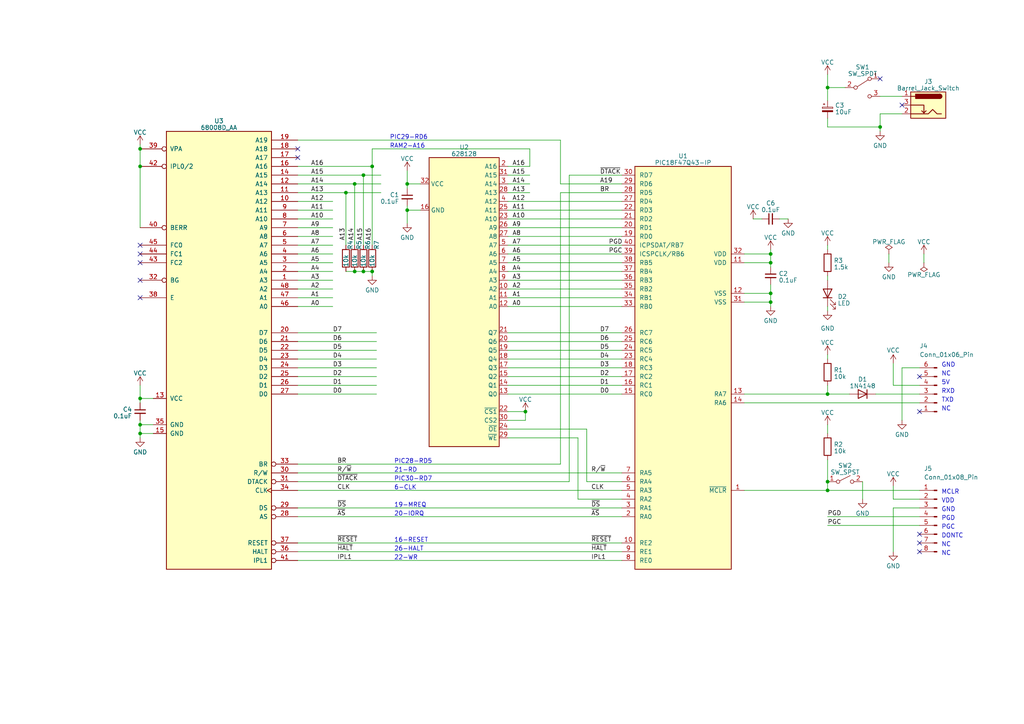
<source format=kicad_sch>
(kicad_sch (version 20230121) (generator eeschema)

  (uuid e6d6b00c-3eac-46b2-864a-d30920c7bbcf)

  (paper "A4")

  (lib_symbols
    (symbol "0-local:628128_DIP32" (in_bom yes) (on_board yes)
      (property "Reference" "U" (at -10.16 40.64 0)
        (effects (font (size 1.27 1.27)) (justify left bottom))
      )
      (property "Value" "628128" (at 2.54 43.18 0)
        (effects (font (size 1.27 1.27)) (justify left bottom))
      )
      (property "Footprint" "" (at 0 -5.08 0)
        (effects (font (size 1.27 1.27)) hide)
      )
      (property "Datasheet" "http://www.futurlec.com/Datasheet/Memory/628128.pdf" (at 0 2.54 0)
        (effects (font (size 1.27 1.27)) hide)
      )
      (property "ki_keywords" "RAM SRAM CMOS MEMORY" (at 0 0 0)
        (effects (font (size 1.27 1.27)) hide)
      )
      (property "ki_description" "128K x 8 High-Speed CMOS Static RAM, 55/70ns, DIP-32/SSOP-32" (at 0 0 0)
        (effects (font (size 1.27 1.27)) hide)
      )
      (property "ki_fp_filters" "DIP*W15.24mm* SSOP*11.305x20.495mm*P1.27mm*" (at 0 0 0)
        (effects (font (size 1.27 1.27)) hide)
      )
      (symbol "628128_DIP32_0_0"
        (pin power_in line (at -12.7 27.94 0) (length 2.54)
          (name "GND" (effects (font (size 1.27 1.27))))
          (number "16" (effects (font (size 1.27 1.27))))
        )
        (pin power_in line (at -12.7 35.56 0) (length 2.54)
          (name "VCC" (effects (font (size 1.27 1.27))))
          (number "32" (effects (font (size 1.27 1.27))))
        )
      )
      (symbol "628128_DIP32_0_1"
        (rectangle (start -10.16 43.18) (end 10.16 -40.64)
          (stroke (width 0.254) (type default))
          (fill (type background))
        )
      )
      (symbol "628128_DIP32_1_1"
        (pin no_connect line (at 10.16 -20.32 180) (length 2.54) hide
          (name "NC" (effects (font (size 1.27 1.27))))
          (number "1" (effects (font (size 1.27 1.27))))
        )
        (pin input line (at 12.7 5.08 180) (length 2.54)
          (name "A2" (effects (font (size 1.27 1.27))))
          (number "10" (effects (font (size 1.27 1.27))))
        )
        (pin input line (at 12.7 2.54 180) (length 2.54)
          (name "A1" (effects (font (size 1.27 1.27))))
          (number "11" (effects (font (size 1.27 1.27))))
        )
        (pin input line (at 12.7 0 180) (length 2.54)
          (name "A0" (effects (font (size 1.27 1.27))))
          (number "12" (effects (font (size 1.27 1.27))))
        )
        (pin tri_state line (at 12.7 -25.4 180) (length 2.54)
          (name "Q0" (effects (font (size 1.27 1.27))))
          (number "13" (effects (font (size 1.27 1.27))))
        )
        (pin tri_state line (at 12.7 -22.86 180) (length 2.54)
          (name "Q1" (effects (font (size 1.27 1.27))))
          (number "14" (effects (font (size 1.27 1.27))))
        )
        (pin tri_state line (at 12.7 -20.32 180) (length 2.54)
          (name "Q2" (effects (font (size 1.27 1.27))))
          (number "15" (effects (font (size 1.27 1.27))))
        )
        (pin tri_state line (at 12.7 -17.78 180) (length 2.54)
          (name "Q3" (effects (font (size 1.27 1.27))))
          (number "17" (effects (font (size 1.27 1.27))))
        )
        (pin tri_state line (at 12.7 -15.24 180) (length 2.54)
          (name "Q4" (effects (font (size 1.27 1.27))))
          (number "18" (effects (font (size 1.27 1.27))))
        )
        (pin tri_state line (at 12.7 -12.7 180) (length 2.54)
          (name "Q5" (effects (font (size 1.27 1.27))))
          (number "19" (effects (font (size 1.27 1.27))))
        )
        (pin input line (at 12.7 40.64 180) (length 2.54)
          (name "A16" (effects (font (size 1.27 1.27))))
          (number "2" (effects (font (size 1.27 1.27))))
        )
        (pin tri_state line (at 12.7 -10.16 180) (length 2.54)
          (name "Q6" (effects (font (size 1.27 1.27))))
          (number "20" (effects (font (size 1.27 1.27))))
        )
        (pin tri_state line (at 12.7 -7.62 180) (length 2.54)
          (name "Q7" (effects (font (size 1.27 1.27))))
          (number "21" (effects (font (size 1.27 1.27))))
        )
        (pin input line (at 12.7 -30.48 180) (length 2.54)
          (name "~{CS1}" (effects (font (size 1.27 1.27))))
          (number "22" (effects (font (size 1.27 1.27))))
        )
        (pin input line (at 12.7 25.4 180) (length 2.54)
          (name "A10" (effects (font (size 1.27 1.27))))
          (number "23" (effects (font (size 1.27 1.27))))
        )
        (pin input line (at 12.7 -35.56 180) (length 2.54)
          (name "~{OE}" (effects (font (size 1.27 1.27))))
          (number "24" (effects (font (size 1.27 1.27))))
        )
        (pin input line (at 12.7 27.94 180) (length 2.54)
          (name "A11" (effects (font (size 1.27 1.27))))
          (number "25" (effects (font (size 1.27 1.27))))
        )
        (pin input line (at 12.7 22.86 180) (length 2.54)
          (name "A9" (effects (font (size 1.27 1.27))))
          (number "26" (effects (font (size 1.27 1.27))))
        )
        (pin input line (at 12.7 20.32 180) (length 2.54)
          (name "A8" (effects (font (size 1.27 1.27))))
          (number "27" (effects (font (size 1.27 1.27))))
        )
        (pin input line (at 12.7 33.02 180) (length 2.54)
          (name "A13" (effects (font (size 1.27 1.27))))
          (number "28" (effects (font (size 1.27 1.27))))
        )
        (pin input line (at 12.7 -38.1 180) (length 2.54)
          (name "~{WE}" (effects (font (size 1.27 1.27))))
          (number "29" (effects (font (size 1.27 1.27))))
        )
        (pin input line (at 12.7 35.56 180) (length 2.54)
          (name "A14" (effects (font (size 1.27 1.27))))
          (number "3" (effects (font (size 1.27 1.27))))
        )
        (pin input line (at 12.7 -33.02 180) (length 2.54)
          (name "CS2" (effects (font (size 1.27 1.27))))
          (number "30" (effects (font (size 1.27 1.27))))
        )
        (pin input line (at 12.7 38.1 180) (length 2.54)
          (name "A15" (effects (font (size 1.27 1.27))))
          (number "31" (effects (font (size 1.27 1.27))))
        )
        (pin input line (at 12.7 30.48 180) (length 2.54)
          (name "A12" (effects (font (size 1.27 1.27))))
          (number "4" (effects (font (size 1.27 1.27))))
        )
        (pin input line (at 12.7 17.78 180) (length 2.54)
          (name "A7" (effects (font (size 1.27 1.27))))
          (number "5" (effects (font (size 1.27 1.27))))
        )
        (pin input line (at 12.7 15.24 180) (length 2.54)
          (name "A6" (effects (font (size 1.27 1.27))))
          (number "6" (effects (font (size 1.27 1.27))))
        )
        (pin input line (at 12.7 12.7 180) (length 2.54)
          (name "A5" (effects (font (size 1.27 1.27))))
          (number "7" (effects (font (size 1.27 1.27))))
        )
        (pin input line (at 12.7 10.16 180) (length 2.54)
          (name "A4" (effects (font (size 1.27 1.27))))
          (number "8" (effects (font (size 1.27 1.27))))
        )
        (pin input line (at 12.7 7.62 180) (length 2.54)
          (name "A3" (effects (font (size 1.27 1.27))))
          (number "9" (effects (font (size 1.27 1.27))))
        )
      )
    )
    (symbol "0-local:68008D_AA" (pin_names (offset 1.016)) (in_bom yes) (on_board yes)
      (property "Reference" "U" (at 0 25.4 0)
        (effects (font (size 1.27 1.27)))
      )
      (property "Value" "68008D_AA" (at 0 20.32 0)
        (effects (font (size 1.27 1.27)))
      )
      (property "Footprint" "" (at 0 22.86 0)
        (effects (font (size 1.27 1.27)) hide)
      )
      (property "Datasheet" "https://www.nxp.com/docs/en/reference-manual/MC68000UM.pdf" (at 0 0 0)
        (effects (font (size 1.27 1.27)) hide)
      )
      (property "ki_keywords" "68000 Microprocessor CPU" (at 0 0 0)
        (effects (font (size 1.27 1.27)) hide)
      )
      (property "ki_description" "16/32-bit Microprocessor, 8-bit databus" (at 0 0 0)
        (effects (font (size 1.27 1.27)) hide)
      )
      (symbol "68008D_AA_0_1"
        (rectangle (start -15.24 63.5) (end 15.24 -63.5)
          (stroke (width 0.254) (type default))
          (fill (type background))
        )
      )
      (symbol "68008D_AA_1_1"
        (pin tri_state line (at 22.86 20.32 180) (length 7.62)
          (name "A3" (effects (font (size 1.27 1.27))))
          (number "1" (effects (font (size 1.27 1.27))))
        )
        (pin tri_state line (at 22.86 43.18 180) (length 7.62)
          (name "A12" (effects (font (size 1.27 1.27))))
          (number "10" (effects (font (size 1.27 1.27))))
        )
        (pin tri_state line (at 22.86 45.72 180) (length 7.62)
          (name "A13" (effects (font (size 1.27 1.27))))
          (number "11" (effects (font (size 1.27 1.27))))
        )
        (pin tri_state line (at 22.86 48.26 180) (length 7.62)
          (name "A14" (effects (font (size 1.27 1.27))))
          (number "12" (effects (font (size 1.27 1.27))))
        )
        (pin power_in line (at -19.05 -13.97 0) (length 3.81)
          (name "VCC" (effects (font (size 1.27 1.27))))
          (number "13" (effects (font (size 1.27 1.27))))
        )
        (pin tri_state line (at 22.86 50.8 180) (length 7.62)
          (name "A15" (effects (font (size 1.27 1.27))))
          (number "14" (effects (font (size 1.27 1.27))))
        )
        (pin power_in line (at -19.05 -24.13 0) (length 3.81)
          (name "GND" (effects (font (size 1.27 1.27))))
          (number "15" (effects (font (size 1.27 1.27))))
        )
        (pin tri_state line (at 22.86 53.34 180) (length 7.62)
          (name "A16" (effects (font (size 1.27 1.27))))
          (number "16" (effects (font (size 1.27 1.27))))
        )
        (pin tri_state line (at 22.86 55.88 180) (length 7.62)
          (name "A17" (effects (font (size 1.27 1.27))))
          (number "17" (effects (font (size 1.27 1.27))))
        )
        (pin tri_state line (at 22.86 58.42 180) (length 7.62)
          (name "A18" (effects (font (size 1.27 1.27))))
          (number "18" (effects (font (size 1.27 1.27))))
        )
        (pin tri_state line (at 22.86 60.96 180) (length 7.62)
          (name "A19" (effects (font (size 1.27 1.27))))
          (number "19" (effects (font (size 1.27 1.27))))
        )
        (pin tri_state line (at 22.86 22.86 180) (length 7.62)
          (name "A4" (effects (font (size 1.27 1.27))))
          (number "2" (effects (font (size 1.27 1.27))))
        )
        (pin tri_state line (at 22.86 5.08 180) (length 7.62)
          (name "D7" (effects (font (size 1.27 1.27))))
          (number "20" (effects (font (size 1.27 1.27))))
        )
        (pin tri_state line (at 22.86 2.54 180) (length 7.62)
          (name "D6" (effects (font (size 1.27 1.27))))
          (number "21" (effects (font (size 1.27 1.27))))
        )
        (pin tri_state line (at 22.86 0 180) (length 7.62)
          (name "D5" (effects (font (size 1.27 1.27))))
          (number "22" (effects (font (size 1.27 1.27))))
        )
        (pin tri_state line (at 22.86 -2.54 180) (length 7.62)
          (name "D4" (effects (font (size 1.27 1.27))))
          (number "23" (effects (font (size 1.27 1.27))))
        )
        (pin tri_state line (at 22.86 -5.08 180) (length 7.62)
          (name "D3" (effects (font (size 1.27 1.27))))
          (number "24" (effects (font (size 1.27 1.27))))
        )
        (pin tri_state line (at 22.86 -7.62 180) (length 7.62)
          (name "D2" (effects (font (size 1.27 1.27))))
          (number "25" (effects (font (size 1.27 1.27))))
        )
        (pin tri_state line (at 22.86 -10.16 180) (length 7.62)
          (name "D1" (effects (font (size 1.27 1.27))))
          (number "26" (effects (font (size 1.27 1.27))))
        )
        (pin tri_state line (at 22.86 -12.7 180) (length 7.62)
          (name "D0" (effects (font (size 1.27 1.27))))
          (number "27" (effects (font (size 1.27 1.27))))
        )
        (pin tri_state inverted (at 22.86 -48.26 180) (length 7.62)
          (name "AS" (effects (font (size 1.27 1.27))))
          (number "28" (effects (font (size 1.27 1.27))))
        )
        (pin tri_state inverted (at 22.86 -45.72 180) (length 7.62)
          (name "DS" (effects (font (size 1.27 1.27))))
          (number "29" (effects (font (size 1.27 1.27))))
        )
        (pin tri_state line (at 22.86 25.4 180) (length 7.62)
          (name "A5" (effects (font (size 1.27 1.27))))
          (number "3" (effects (font (size 1.27 1.27))))
        )
        (pin tri_state line (at 22.86 -35.56 180) (length 7.62)
          (name "R/W" (effects (font (size 1.27 1.27))))
          (number "30" (effects (font (size 1.27 1.27))))
        )
        (pin input inverted (at 22.86 -38.1 180) (length 7.62)
          (name "DTACK" (effects (font (size 1.27 1.27))))
          (number "31" (effects (font (size 1.27 1.27))))
        )
        (pin output inverted (at -22.86 20.32 0) (length 7.62)
          (name "BG" (effects (font (size 1.27 1.27))))
          (number "32" (effects (font (size 1.27 1.27))))
        )
        (pin input inverted (at 22.86 -33.02 180) (length 7.62)
          (name "BR" (effects (font (size 1.27 1.27))))
          (number "33" (effects (font (size 1.27 1.27))))
        )
        (pin input clock (at 22.86 -40.64 180) (length 7.62)
          (name "CLK" (effects (font (size 1.27 1.27))))
          (number "34" (effects (font (size 1.27 1.27))))
        )
        (pin power_in line (at -19.05 -21.59 0) (length 3.81)
          (name "GND" (effects (font (size 1.27 1.27))))
          (number "35" (effects (font (size 1.27 1.27))))
        )
        (pin bidirectional inverted (at 22.86 -58.42 180) (length 7.62)
          (name "HALT" (effects (font (size 1.27 1.27))))
          (number "36" (effects (font (size 1.27 1.27))))
        )
        (pin bidirectional inverted (at 22.86 -55.88 180) (length 7.62)
          (name "RESET" (effects (font (size 1.27 1.27))))
          (number "37" (effects (font (size 1.27 1.27))))
        )
        (pin output line (at -22.86 15.24 0) (length 7.62)
          (name "E" (effects (font (size 1.27 1.27))))
          (number "38" (effects (font (size 1.27 1.27))))
        )
        (pin input inverted (at -22.86 58.42 0) (length 7.62)
          (name "VPA" (effects (font (size 1.27 1.27))))
          (number "39" (effects (font (size 1.27 1.27))))
        )
        (pin tri_state line (at 22.86 27.94 180) (length 7.62)
          (name "A6" (effects (font (size 1.27 1.27))))
          (number "4" (effects (font (size 1.27 1.27))))
        )
        (pin input inverted (at -22.86 35.56 0) (length 7.62)
          (name "BERR" (effects (font (size 1.27 1.27))))
          (number "40" (effects (font (size 1.27 1.27))))
        )
        (pin input inverted (at 22.86 -60.96 180) (length 7.62)
          (name "IPL1" (effects (font (size 1.27 1.27))))
          (number "41" (effects (font (size 1.27 1.27))))
        )
        (pin input inverted (at -22.86 53.34 0) (length 7.62)
          (name "IPL0/2" (effects (font (size 1.27 1.27))))
          (number "42" (effects (font (size 1.27 1.27))))
        )
        (pin output line (at -22.86 25.4 0) (length 7.62)
          (name "FC2" (effects (font (size 1.27 1.27))))
          (number "43" (effects (font (size 1.27 1.27))))
        )
        (pin output line (at -22.86 27.94 0) (length 7.62)
          (name "FC1" (effects (font (size 1.27 1.27))))
          (number "44" (effects (font (size 1.27 1.27))))
        )
        (pin output line (at -22.86 30.48 0) (length 7.62)
          (name "FC0" (effects (font (size 1.27 1.27))))
          (number "45" (effects (font (size 1.27 1.27))))
        )
        (pin tri_state line (at 22.86 12.7 180) (length 7.62)
          (name "A0" (effects (font (size 1.27 1.27))))
          (number "46" (effects (font (size 1.27 1.27))))
        )
        (pin tri_state line (at 22.86 15.24 180) (length 7.62)
          (name "A1" (effects (font (size 1.27 1.27))))
          (number "47" (effects (font (size 1.27 1.27))))
        )
        (pin tri_state line (at 22.86 17.78 180) (length 7.62)
          (name "A2" (effects (font (size 1.27 1.27))))
          (number "48" (effects (font (size 1.27 1.27))))
        )
        (pin tri_state line (at 22.86 30.48 180) (length 7.62)
          (name "A7" (effects (font (size 1.27 1.27))))
          (number "5" (effects (font (size 1.27 1.27))))
        )
        (pin tri_state line (at 22.86 33.02 180) (length 7.62)
          (name "A8" (effects (font (size 1.27 1.27))))
          (number "6" (effects (font (size 1.27 1.27))))
        )
        (pin tri_state line (at 22.86 35.56 180) (length 7.62)
          (name "A9" (effects (font (size 1.27 1.27))))
          (number "7" (effects (font (size 1.27 1.27))))
        )
        (pin tri_state line (at 22.86 38.1 180) (length 7.62)
          (name "A10" (effects (font (size 1.27 1.27))))
          (number "8" (effects (font (size 1.27 1.27))))
        )
        (pin tri_state line (at 22.86 40.64 180) (length 7.62)
          (name "A11" (effects (font (size 1.27 1.27))))
          (number "9" (effects (font (size 1.27 1.27))))
        )
      )
    )
    (symbol "0-local:PIC18F47Q43-IP_AA" (pin_names (offset 1.27)) (in_bom yes) (on_board yes)
      (property "Reference" "U" (at 3.81 43.18 0)
        (effects (font (size 1.27 1.27)))
      )
      (property "Value" "PIC18F47Q43-IP" (at 0 -40.64 0)
        (effects (font (size 1.27 1.27)))
      )
      (property "Footprint" "Package_DIP:DIP-40_W15.24mm" (at -2.54 8.89 0)
        (effects (font (size 1.27 1.27) italic) hide)
      )
      (property "Datasheet" "http://ww1.microchip.com/downloads/en/DeviceDoc/39760d.pdf" (at -2.54 2.54 0)
        (effects (font (size 1.27 1.27)) hide)
      )
      (property "ki_keywords" "Flash-Based 8-Bit Microcontroller XLP" (at 0 0 0)
        (effects (font (size 1.27 1.27)) hide)
      )
      (property "ki_description" "128K Flash, 8K SRAM, nanoWatt XLP, PDIP40" (at 0 0 0)
        (effects (font (size 1.27 1.27)) hide)
      )
      (property "ki_fp_filters" "DIP*W15.24mm* PDIP*W15.24mm*" (at 0 0 0)
        (effects (font (size 1.27 1.27)) hide)
      )
      (symbol "PIC18F47Q43-IP_AA_0_1"
        (rectangle (start -15.24 57.15) (end 12.7 -59.69)
          (stroke (width 0.254) (type default))
          (fill (type background))
        )
      )
      (symbol "PIC18F47Q43-IP_AA_1_1"
        (pin input line (at 16.51 -36.83 180) (length 3.81)
          (name "~{MCLR}" (effects (font (size 1.27 1.27))))
          (number "1" (effects (font (size 1.27 1.27))))
        )
        (pin bidirectional line (at -19.05 -52.07 0) (length 3.81)
          (name "RE2" (effects (font (size 1.27 1.27))))
          (number "10" (effects (font (size 1.27 1.27))))
        )
        (pin power_in line (at 16.51 29.21 180) (length 3.81)
          (name "VDD" (effects (font (size 1.27 1.27))))
          (number "11" (effects (font (size 1.27 1.27))))
        )
        (pin power_in line (at 16.51 20.32 180) (length 3.81)
          (name "VSS" (effects (font (size 1.27 1.27))))
          (number "12" (effects (font (size 1.27 1.27))))
        )
        (pin input line (at 16.51 -8.89 180) (length 3.81)
          (name "RA7" (effects (font (size 1.27 1.27))))
          (number "13" (effects (font (size 1.27 1.27))))
        )
        (pin output line (at 16.51 -11.43 180) (length 3.81)
          (name "RA6" (effects (font (size 1.27 1.27))))
          (number "14" (effects (font (size 1.27 1.27))))
        )
        (pin bidirectional line (at -19.05 -8.89 0) (length 3.81)
          (name "RC0" (effects (font (size 1.27 1.27))))
          (number "15" (effects (font (size 1.27 1.27))))
        )
        (pin bidirectional line (at -19.05 -6.35 0) (length 3.81)
          (name "RC1" (effects (font (size 1.27 1.27))))
          (number "16" (effects (font (size 1.27 1.27))))
        )
        (pin bidirectional line (at -19.05 -3.81 0) (length 3.81)
          (name "RC2" (effects (font (size 1.27 1.27))))
          (number "17" (effects (font (size 1.27 1.27))))
        )
        (pin bidirectional line (at -19.05 -1.27 0) (length 3.81)
          (name "RC3" (effects (font (size 1.27 1.27))))
          (number "18" (effects (font (size 1.27 1.27))))
        )
        (pin bidirectional line (at -19.05 36.83 0) (length 3.81)
          (name "RD0" (effects (font (size 1.27 1.27))))
          (number "19" (effects (font (size 1.27 1.27))))
        )
        (pin bidirectional line (at -19.05 -44.45 0) (length 3.81)
          (name "RA0" (effects (font (size 1.27 1.27))))
          (number "2" (effects (font (size 1.27 1.27))))
        )
        (pin bidirectional line (at -19.05 39.37 0) (length 3.81)
          (name "RD1" (effects (font (size 1.27 1.27))))
          (number "20" (effects (font (size 1.27 1.27))))
        )
        (pin bidirectional line (at -19.05 41.91 0) (length 3.81)
          (name "RD2" (effects (font (size 1.27 1.27))))
          (number "21" (effects (font (size 1.27 1.27))))
        )
        (pin bidirectional line (at -19.05 44.45 0) (length 3.81)
          (name "RD3" (effects (font (size 1.27 1.27))))
          (number "22" (effects (font (size 1.27 1.27))))
        )
        (pin bidirectional line (at -19.05 1.27 0) (length 3.81)
          (name "RC4" (effects (font (size 1.27 1.27))))
          (number "23" (effects (font (size 1.27 1.27))))
        )
        (pin bidirectional line (at -19.05 3.81 0) (length 3.81)
          (name "RC5" (effects (font (size 1.27 1.27))))
          (number "24" (effects (font (size 1.27 1.27))))
        )
        (pin bidirectional line (at -19.05 6.35 0) (length 3.81)
          (name "RC6" (effects (font (size 1.27 1.27))))
          (number "25" (effects (font (size 1.27 1.27))))
        )
        (pin bidirectional line (at -19.05 8.89 0) (length 3.81)
          (name "RC7" (effects (font (size 1.27 1.27))))
          (number "26" (effects (font (size 1.27 1.27))))
        )
        (pin bidirectional line (at -19.05 46.99 0) (length 3.81)
          (name "RD4" (effects (font (size 1.27 1.27))))
          (number "27" (effects (font (size 1.27 1.27))))
        )
        (pin bidirectional line (at -19.05 49.53 0) (length 3.81)
          (name "RD5" (effects (font (size 1.27 1.27))))
          (number "28" (effects (font (size 1.27 1.27))))
        )
        (pin bidirectional line (at -19.05 52.07 0) (length 3.81)
          (name "RD6" (effects (font (size 1.27 1.27))))
          (number "29" (effects (font (size 1.27 1.27))))
        )
        (pin bidirectional line (at -19.05 -41.91 0) (length 3.81)
          (name "RA1" (effects (font (size 1.27 1.27))))
          (number "3" (effects (font (size 1.27 1.27))))
        )
        (pin bidirectional line (at -19.05 54.61 0) (length 3.81)
          (name "RD7" (effects (font (size 1.27 1.27))))
          (number "30" (effects (font (size 1.27 1.27))))
        )
        (pin power_in line (at 16.51 17.78 180) (length 3.81)
          (name "VSS" (effects (font (size 1.27 1.27))))
          (number "31" (effects (font (size 1.27 1.27))))
        )
        (pin power_in line (at 16.51 31.75 180) (length 3.81)
          (name "VDD" (effects (font (size 1.27 1.27))))
          (number "32" (effects (font (size 1.27 1.27))))
        )
        (pin bidirectional line (at -19.05 16.51 0) (length 3.81)
          (name "RB0" (effects (font (size 1.27 1.27))))
          (number "33" (effects (font (size 1.27 1.27))))
        )
        (pin bidirectional line (at -19.05 19.05 0) (length 3.81)
          (name "RB1" (effects (font (size 1.27 1.27))))
          (number "34" (effects (font (size 1.27 1.27))))
        )
        (pin bidirectional line (at -19.05 21.59 0) (length 3.81)
          (name "RB2" (effects (font (size 1.27 1.27))))
          (number "35" (effects (font (size 1.27 1.27))))
        )
        (pin bidirectional line (at -19.05 24.13 0) (length 3.81)
          (name "RB3" (effects (font (size 1.27 1.27))))
          (number "36" (effects (font (size 1.27 1.27))))
        )
        (pin bidirectional line (at -19.05 26.67 0) (length 3.81)
          (name "RB4" (effects (font (size 1.27 1.27))))
          (number "37" (effects (font (size 1.27 1.27))))
        )
        (pin bidirectional line (at -19.05 29.21 0) (length 3.81)
          (name "RB5" (effects (font (size 1.27 1.27))))
          (number "38" (effects (font (size 1.27 1.27))))
        )
        (pin bidirectional line (at -19.05 31.75 0) (length 3.81)
          (name "ICSPCLK/RB6" (effects (font (size 1.27 1.27))))
          (number "39" (effects (font (size 1.27 1.27))))
        )
        (pin bidirectional line (at -19.05 -39.37 0) (length 3.81)
          (name "RA2" (effects (font (size 1.27 1.27))))
          (number "4" (effects (font (size 1.27 1.27))))
        )
        (pin bidirectional line (at -19.05 34.29 0) (length 3.81)
          (name "ICPSDAT/RB7" (effects (font (size 1.27 1.27))))
          (number "40" (effects (font (size 1.27 1.27))))
        )
        (pin bidirectional line (at -19.05 -36.83 0) (length 3.81)
          (name "RA3" (effects (font (size 1.27 1.27))))
          (number "5" (effects (font (size 1.27 1.27))))
        )
        (pin bidirectional line (at -19.05 -34.29 0) (length 3.81)
          (name "RA4" (effects (font (size 1.27 1.27))))
          (number "6" (effects (font (size 1.27 1.27))))
        )
        (pin bidirectional line (at -19.05 -31.75 0) (length 3.81)
          (name "RA5" (effects (font (size 1.27 1.27))))
          (number "7" (effects (font (size 1.27 1.27))))
        )
        (pin bidirectional line (at -19.05 -57.15 0) (length 3.81)
          (name "RE0" (effects (font (size 1.27 1.27))))
          (number "8" (effects (font (size 1.27 1.27))))
        )
        (pin bidirectional line (at -19.05 -54.61 0) (length 3.81)
          (name "RE1" (effects (font (size 1.27 1.27))))
          (number "9" (effects (font (size 1.27 1.27))))
        )
      )
    )
    (symbol "Connector:Barrel_Jack_Switch" (pin_names hide) (in_bom yes) (on_board yes)
      (property "Reference" "J" (at 0 5.334 0)
        (effects (font (size 1.27 1.27)))
      )
      (property "Value" "Barrel_Jack_Switch" (at 0 -5.08 0)
        (effects (font (size 1.27 1.27)))
      )
      (property "Footprint" "" (at 1.27 -1.016 0)
        (effects (font (size 1.27 1.27)) hide)
      )
      (property "Datasheet" "~" (at 1.27 -1.016 0)
        (effects (font (size 1.27 1.27)) hide)
      )
      (property "ki_keywords" "DC power barrel jack connector" (at 0 0 0)
        (effects (font (size 1.27 1.27)) hide)
      )
      (property "ki_description" "DC Barrel Jack with an internal switch" (at 0 0 0)
        (effects (font (size 1.27 1.27)) hide)
      )
      (property "ki_fp_filters" "BarrelJack*" (at 0 0 0)
        (effects (font (size 1.27 1.27)) hide)
      )
      (symbol "Barrel_Jack_Switch_0_1"
        (rectangle (start -5.08 3.81) (end 5.08 -3.81)
          (stroke (width 0.254) (type default))
          (fill (type background))
        )
        (arc (start -3.302 3.175) (mid -3.9343 2.54) (end -3.302 1.905)
          (stroke (width 0.254) (type default))
          (fill (type none))
        )
        (arc (start -3.302 3.175) (mid -3.9343 2.54) (end -3.302 1.905)
          (stroke (width 0.254) (type default))
          (fill (type outline))
        )
        (polyline
          (pts
            (xy 1.27 -2.286)
            (xy 1.905 -1.651)
          )
          (stroke (width 0.254) (type default))
          (fill (type none))
        )
        (polyline
          (pts
            (xy 5.08 2.54)
            (xy 3.81 2.54)
          )
          (stroke (width 0.254) (type default))
          (fill (type none))
        )
        (polyline
          (pts
            (xy 5.08 0)
            (xy 1.27 0)
            (xy 1.27 -2.286)
            (xy 0.635 -1.651)
          )
          (stroke (width 0.254) (type default))
          (fill (type none))
        )
        (polyline
          (pts
            (xy -3.81 -2.54)
            (xy -2.54 -2.54)
            (xy -1.27 -1.27)
            (xy 0 -2.54)
            (xy 2.54 -2.54)
            (xy 5.08 -2.54)
          )
          (stroke (width 0.254) (type default))
          (fill (type none))
        )
        (rectangle (start 3.683 3.175) (end -3.302 1.905)
          (stroke (width 0.254) (type default))
          (fill (type outline))
        )
      )
      (symbol "Barrel_Jack_Switch_1_1"
        (pin passive line (at 7.62 2.54 180) (length 2.54)
          (name "~" (effects (font (size 1.27 1.27))))
          (number "1" (effects (font (size 1.27 1.27))))
        )
        (pin passive line (at 7.62 -2.54 180) (length 2.54)
          (name "~" (effects (font (size 1.27 1.27))))
          (number "2" (effects (font (size 1.27 1.27))))
        )
        (pin passive line (at 7.62 0 180) (length 2.54)
          (name "~" (effects (font (size 1.27 1.27))))
          (number "3" (effects (font (size 1.27 1.27))))
        )
      )
    )
    (symbol "Connector:Conn_01x06_Pin" (pin_names (offset 1.016) hide) (in_bom yes) (on_board yes)
      (property "Reference" "J" (at 0 7.62 0)
        (effects (font (size 1.27 1.27)))
      )
      (property "Value" "Conn_01x06_Pin" (at 0 -10.16 0)
        (effects (font (size 1.27 1.27)))
      )
      (property "Footprint" "" (at 0 0 0)
        (effects (font (size 1.27 1.27)) hide)
      )
      (property "Datasheet" "~" (at 0 0 0)
        (effects (font (size 1.27 1.27)) hide)
      )
      (property "ki_locked" "" (at 0 0 0)
        (effects (font (size 1.27 1.27)))
      )
      (property "ki_keywords" "connector" (at 0 0 0)
        (effects (font (size 1.27 1.27)) hide)
      )
      (property "ki_description" "Generic connector, single row, 01x06, script generated" (at 0 0 0)
        (effects (font (size 1.27 1.27)) hide)
      )
      (property "ki_fp_filters" "Connector*:*_1x??_*" (at 0 0 0)
        (effects (font (size 1.27 1.27)) hide)
      )
      (symbol "Conn_01x06_Pin_1_1"
        (polyline
          (pts
            (xy 1.27 -7.62)
            (xy 0.8636 -7.62)
          )
          (stroke (width 0.1524) (type default))
          (fill (type none))
        )
        (polyline
          (pts
            (xy 1.27 -5.08)
            (xy 0.8636 -5.08)
          )
          (stroke (width 0.1524) (type default))
          (fill (type none))
        )
        (polyline
          (pts
            (xy 1.27 -2.54)
            (xy 0.8636 -2.54)
          )
          (stroke (width 0.1524) (type default))
          (fill (type none))
        )
        (polyline
          (pts
            (xy 1.27 0)
            (xy 0.8636 0)
          )
          (stroke (width 0.1524) (type default))
          (fill (type none))
        )
        (polyline
          (pts
            (xy 1.27 2.54)
            (xy 0.8636 2.54)
          )
          (stroke (width 0.1524) (type default))
          (fill (type none))
        )
        (polyline
          (pts
            (xy 1.27 5.08)
            (xy 0.8636 5.08)
          )
          (stroke (width 0.1524) (type default))
          (fill (type none))
        )
        (rectangle (start 0.8636 -7.493) (end 0 -7.747)
          (stroke (width 0.1524) (type default))
          (fill (type outline))
        )
        (rectangle (start 0.8636 -4.953) (end 0 -5.207)
          (stroke (width 0.1524) (type default))
          (fill (type outline))
        )
        (rectangle (start 0.8636 -2.413) (end 0 -2.667)
          (stroke (width 0.1524) (type default))
          (fill (type outline))
        )
        (rectangle (start 0.8636 0.127) (end 0 -0.127)
          (stroke (width 0.1524) (type default))
          (fill (type outline))
        )
        (rectangle (start 0.8636 2.667) (end 0 2.413)
          (stroke (width 0.1524) (type default))
          (fill (type outline))
        )
        (rectangle (start 0.8636 5.207) (end 0 4.953)
          (stroke (width 0.1524) (type default))
          (fill (type outline))
        )
        (pin passive line (at 5.08 5.08 180) (length 3.81)
          (name "Pin_1" (effects (font (size 1.27 1.27))))
          (number "1" (effects (font (size 1.27 1.27))))
        )
        (pin passive line (at 5.08 2.54 180) (length 3.81)
          (name "Pin_2" (effects (font (size 1.27 1.27))))
          (number "2" (effects (font (size 1.27 1.27))))
        )
        (pin passive line (at 5.08 0 180) (length 3.81)
          (name "Pin_3" (effects (font (size 1.27 1.27))))
          (number "3" (effects (font (size 1.27 1.27))))
        )
        (pin passive line (at 5.08 -2.54 180) (length 3.81)
          (name "Pin_4" (effects (font (size 1.27 1.27))))
          (number "4" (effects (font (size 1.27 1.27))))
        )
        (pin passive line (at 5.08 -5.08 180) (length 3.81)
          (name "Pin_5" (effects (font (size 1.27 1.27))))
          (number "5" (effects (font (size 1.27 1.27))))
        )
        (pin passive line (at 5.08 -7.62 180) (length 3.81)
          (name "Pin_6" (effects (font (size 1.27 1.27))))
          (number "6" (effects (font (size 1.27 1.27))))
        )
      )
    )
    (symbol "Connector:Conn_01x08_Pin" (pin_names (offset 1.016) hide) (in_bom yes) (on_board yes)
      (property "Reference" "J" (at 0 10.16 0)
        (effects (font (size 1.27 1.27)))
      )
      (property "Value" "Conn_01x08_Pin" (at 0 -12.7 0)
        (effects (font (size 1.27 1.27)))
      )
      (property "Footprint" "" (at 0 0 0)
        (effects (font (size 1.27 1.27)) hide)
      )
      (property "Datasheet" "~" (at 0 0 0)
        (effects (font (size 1.27 1.27)) hide)
      )
      (property "ki_locked" "" (at 0 0 0)
        (effects (font (size 1.27 1.27)))
      )
      (property "ki_keywords" "connector" (at 0 0 0)
        (effects (font (size 1.27 1.27)) hide)
      )
      (property "ki_description" "Generic connector, single row, 01x08, script generated" (at 0 0 0)
        (effects (font (size 1.27 1.27)) hide)
      )
      (property "ki_fp_filters" "Connector*:*_1x??_*" (at 0 0 0)
        (effects (font (size 1.27 1.27)) hide)
      )
      (symbol "Conn_01x08_Pin_1_1"
        (polyline
          (pts
            (xy 1.27 -10.16)
            (xy 0.8636 -10.16)
          )
          (stroke (width 0.1524) (type default))
          (fill (type none))
        )
        (polyline
          (pts
            (xy 1.27 -7.62)
            (xy 0.8636 -7.62)
          )
          (stroke (width 0.1524) (type default))
          (fill (type none))
        )
        (polyline
          (pts
            (xy 1.27 -5.08)
            (xy 0.8636 -5.08)
          )
          (stroke (width 0.1524) (type default))
          (fill (type none))
        )
        (polyline
          (pts
            (xy 1.27 -2.54)
            (xy 0.8636 -2.54)
          )
          (stroke (width 0.1524) (type default))
          (fill (type none))
        )
        (polyline
          (pts
            (xy 1.27 0)
            (xy 0.8636 0)
          )
          (stroke (width 0.1524) (type default))
          (fill (type none))
        )
        (polyline
          (pts
            (xy 1.27 2.54)
            (xy 0.8636 2.54)
          )
          (stroke (width 0.1524) (type default))
          (fill (type none))
        )
        (polyline
          (pts
            (xy 1.27 5.08)
            (xy 0.8636 5.08)
          )
          (stroke (width 0.1524) (type default))
          (fill (type none))
        )
        (polyline
          (pts
            (xy 1.27 7.62)
            (xy 0.8636 7.62)
          )
          (stroke (width 0.1524) (type default))
          (fill (type none))
        )
        (rectangle (start 0.8636 -10.033) (end 0 -10.287)
          (stroke (width 0.1524) (type default))
          (fill (type outline))
        )
        (rectangle (start 0.8636 -7.493) (end 0 -7.747)
          (stroke (width 0.1524) (type default))
          (fill (type outline))
        )
        (rectangle (start 0.8636 -4.953) (end 0 -5.207)
          (stroke (width 0.1524) (type default))
          (fill (type outline))
        )
        (rectangle (start 0.8636 -2.413) (end 0 -2.667)
          (stroke (width 0.1524) (type default))
          (fill (type outline))
        )
        (rectangle (start 0.8636 0.127) (end 0 -0.127)
          (stroke (width 0.1524) (type default))
          (fill (type outline))
        )
        (rectangle (start 0.8636 2.667) (end 0 2.413)
          (stroke (width 0.1524) (type default))
          (fill (type outline))
        )
        (rectangle (start 0.8636 5.207) (end 0 4.953)
          (stroke (width 0.1524) (type default))
          (fill (type outline))
        )
        (rectangle (start 0.8636 7.747) (end 0 7.493)
          (stroke (width 0.1524) (type default))
          (fill (type outline))
        )
        (pin passive line (at 5.08 7.62 180) (length 3.81)
          (name "Pin_1" (effects (font (size 1.27 1.27))))
          (number "1" (effects (font (size 1.27 1.27))))
        )
        (pin passive line (at 5.08 5.08 180) (length 3.81)
          (name "Pin_2" (effects (font (size 1.27 1.27))))
          (number "2" (effects (font (size 1.27 1.27))))
        )
        (pin passive line (at 5.08 2.54 180) (length 3.81)
          (name "Pin_3" (effects (font (size 1.27 1.27))))
          (number "3" (effects (font (size 1.27 1.27))))
        )
        (pin passive line (at 5.08 0 180) (length 3.81)
          (name "Pin_4" (effects (font (size 1.27 1.27))))
          (number "4" (effects (font (size 1.27 1.27))))
        )
        (pin passive line (at 5.08 -2.54 180) (length 3.81)
          (name "Pin_5" (effects (font (size 1.27 1.27))))
          (number "5" (effects (font (size 1.27 1.27))))
        )
        (pin passive line (at 5.08 -5.08 180) (length 3.81)
          (name "Pin_6" (effects (font (size 1.27 1.27))))
          (number "6" (effects (font (size 1.27 1.27))))
        )
        (pin passive line (at 5.08 -7.62 180) (length 3.81)
          (name "Pin_7" (effects (font (size 1.27 1.27))))
          (number "7" (effects (font (size 1.27 1.27))))
        )
        (pin passive line (at 5.08 -10.16 180) (length 3.81)
          (name "Pin_8" (effects (font (size 1.27 1.27))))
          (number "8" (effects (font (size 1.27 1.27))))
        )
      )
    )
    (symbol "Device:C_Polarized_Small" (pin_numbers hide) (pin_names (offset 0.254) hide) (in_bom yes) (on_board yes)
      (property "Reference" "C" (at 0.254 1.778 0)
        (effects (font (size 1.27 1.27)) (justify left))
      )
      (property "Value" "C_Polarized_Small" (at 0.254 -2.032 0)
        (effects (font (size 1.27 1.27)) (justify left))
      )
      (property "Footprint" "" (at 0 0 0)
        (effects (font (size 1.27 1.27)) hide)
      )
      (property "Datasheet" "~" (at 0 0 0)
        (effects (font (size 1.27 1.27)) hide)
      )
      (property "ki_keywords" "cap capacitor" (at 0 0 0)
        (effects (font (size 1.27 1.27)) hide)
      )
      (property "ki_description" "Polarized capacitor, small symbol" (at 0 0 0)
        (effects (font (size 1.27 1.27)) hide)
      )
      (property "ki_fp_filters" "CP_*" (at 0 0 0)
        (effects (font (size 1.27 1.27)) hide)
      )
      (symbol "C_Polarized_Small_0_1"
        (rectangle (start -1.524 -0.3048) (end 1.524 -0.6858)
          (stroke (width 0) (type default))
          (fill (type outline))
        )
        (rectangle (start -1.524 0.6858) (end 1.524 0.3048)
          (stroke (width 0) (type default))
          (fill (type none))
        )
        (polyline
          (pts
            (xy -1.27 1.524)
            (xy -0.762 1.524)
          )
          (stroke (width 0) (type default))
          (fill (type none))
        )
        (polyline
          (pts
            (xy -1.016 1.27)
            (xy -1.016 1.778)
          )
          (stroke (width 0) (type default))
          (fill (type none))
        )
      )
      (symbol "C_Polarized_Small_1_1"
        (pin passive line (at 0 2.54 270) (length 1.8542)
          (name "~" (effects (font (size 1.27 1.27))))
          (number "1" (effects (font (size 1.27 1.27))))
        )
        (pin passive line (at 0 -2.54 90) (length 1.8542)
          (name "~" (effects (font (size 1.27 1.27))))
          (number "2" (effects (font (size 1.27 1.27))))
        )
      )
    )
    (symbol "Device:C_Small" (pin_numbers hide) (pin_names (offset 0.254) hide) (in_bom yes) (on_board yes)
      (property "Reference" "C" (at 0.254 1.778 0)
        (effects (font (size 1.27 1.27)) (justify left))
      )
      (property "Value" "C_Small" (at 0.254 -2.032 0)
        (effects (font (size 1.27 1.27)) (justify left))
      )
      (property "Footprint" "" (at 0 0 0)
        (effects (font (size 1.27 1.27)) hide)
      )
      (property "Datasheet" "~" (at 0 0 0)
        (effects (font (size 1.27 1.27)) hide)
      )
      (property "ki_keywords" "capacitor cap" (at 0 0 0)
        (effects (font (size 1.27 1.27)) hide)
      )
      (property "ki_description" "Unpolarized capacitor, small symbol" (at 0 0 0)
        (effects (font (size 1.27 1.27)) hide)
      )
      (property "ki_fp_filters" "C_*" (at 0 0 0)
        (effects (font (size 1.27 1.27)) hide)
      )
      (symbol "C_Small_0_1"
        (polyline
          (pts
            (xy -1.524 -0.508)
            (xy 1.524 -0.508)
          )
          (stroke (width 0.3302) (type default))
          (fill (type none))
        )
        (polyline
          (pts
            (xy -1.524 0.508)
            (xy 1.524 0.508)
          )
          (stroke (width 0.3048) (type default))
          (fill (type none))
        )
      )
      (symbol "C_Small_1_1"
        (pin passive line (at 0 2.54 270) (length 2.032)
          (name "~" (effects (font (size 1.27 1.27))))
          (number "1" (effects (font (size 1.27 1.27))))
        )
        (pin passive line (at 0 -2.54 90) (length 2.032)
          (name "~" (effects (font (size 1.27 1.27))))
          (number "2" (effects (font (size 1.27 1.27))))
        )
      )
    )
    (symbol "Device:LED" (pin_numbers hide) (pin_names (offset 1.016) hide) (in_bom yes) (on_board yes)
      (property "Reference" "D" (at 0 2.54 0)
        (effects (font (size 1.27 1.27)))
      )
      (property "Value" "LED" (at 0 -2.54 0)
        (effects (font (size 1.27 1.27)))
      )
      (property "Footprint" "" (at 0 0 0)
        (effects (font (size 1.27 1.27)) hide)
      )
      (property "Datasheet" "~" (at 0 0 0)
        (effects (font (size 1.27 1.27)) hide)
      )
      (property "ki_keywords" "LED diode" (at 0 0 0)
        (effects (font (size 1.27 1.27)) hide)
      )
      (property "ki_description" "Light emitting diode" (at 0 0 0)
        (effects (font (size 1.27 1.27)) hide)
      )
      (property "ki_fp_filters" "LED* LED_SMD:* LED_THT:*" (at 0 0 0)
        (effects (font (size 1.27 1.27)) hide)
      )
      (symbol "LED_0_1"
        (polyline
          (pts
            (xy -1.27 -1.27)
            (xy -1.27 1.27)
          )
          (stroke (width 0.254) (type default))
          (fill (type none))
        )
        (polyline
          (pts
            (xy -1.27 0)
            (xy 1.27 0)
          )
          (stroke (width 0) (type default))
          (fill (type none))
        )
        (polyline
          (pts
            (xy 1.27 -1.27)
            (xy 1.27 1.27)
            (xy -1.27 0)
            (xy 1.27 -1.27)
          )
          (stroke (width 0.254) (type default))
          (fill (type none))
        )
        (polyline
          (pts
            (xy -3.048 -0.762)
            (xy -4.572 -2.286)
            (xy -3.81 -2.286)
            (xy -4.572 -2.286)
            (xy -4.572 -1.524)
          )
          (stroke (width 0) (type default))
          (fill (type none))
        )
        (polyline
          (pts
            (xy -1.778 -0.762)
            (xy -3.302 -2.286)
            (xy -2.54 -2.286)
            (xy -3.302 -2.286)
            (xy -3.302 -1.524)
          )
          (stroke (width 0) (type default))
          (fill (type none))
        )
      )
      (symbol "LED_1_1"
        (pin passive line (at -3.81 0 0) (length 2.54)
          (name "K" (effects (font (size 1.27 1.27))))
          (number "1" (effects (font (size 1.27 1.27))))
        )
        (pin passive line (at 3.81 0 180) (length 2.54)
          (name "A" (effects (font (size 1.27 1.27))))
          (number "2" (effects (font (size 1.27 1.27))))
        )
      )
    )
    (symbol "Device:R" (pin_numbers hide) (pin_names (offset 0)) (in_bom yes) (on_board yes)
      (property "Reference" "R" (at 2.032 0 90)
        (effects (font (size 1.27 1.27)))
      )
      (property "Value" "R" (at 0 0 90)
        (effects (font (size 1.27 1.27)))
      )
      (property "Footprint" "" (at -1.778 0 90)
        (effects (font (size 1.27 1.27)) hide)
      )
      (property "Datasheet" "~" (at 0 0 0)
        (effects (font (size 1.27 1.27)) hide)
      )
      (property "ki_keywords" "R res resistor" (at 0 0 0)
        (effects (font (size 1.27 1.27)) hide)
      )
      (property "ki_description" "Resistor" (at 0 0 0)
        (effects (font (size 1.27 1.27)) hide)
      )
      (property "ki_fp_filters" "R_*" (at 0 0 0)
        (effects (font (size 1.27 1.27)) hide)
      )
      (symbol "R_0_1"
        (rectangle (start -1.016 -2.54) (end 1.016 2.54)
          (stroke (width 0.254) (type default))
          (fill (type none))
        )
      )
      (symbol "R_1_1"
        (pin passive line (at 0 3.81 270) (length 1.27)
          (name "~" (effects (font (size 1.27 1.27))))
          (number "1" (effects (font (size 1.27 1.27))))
        )
        (pin passive line (at 0 -3.81 90) (length 1.27)
          (name "~" (effects (font (size 1.27 1.27))))
          (number "2" (effects (font (size 1.27 1.27))))
        )
      )
    )
    (symbol "Diode:1N4148" (pin_numbers hide) (pin_names hide) (in_bom yes) (on_board yes)
      (property "Reference" "D" (at 0 2.54 0)
        (effects (font (size 1.27 1.27)))
      )
      (property "Value" "1N4148" (at 0 -2.54 0)
        (effects (font (size 1.27 1.27)))
      )
      (property "Footprint" "Diode_THT:D_DO-35_SOD27_P7.62mm_Horizontal" (at 0 0 0)
        (effects (font (size 1.27 1.27)) hide)
      )
      (property "Datasheet" "https://assets.nexperia.com/documents/data-sheet/1N4148_1N4448.pdf" (at 0 0 0)
        (effects (font (size 1.27 1.27)) hide)
      )
      (property "Sim.Device" "D" (at 0 0 0)
        (effects (font (size 1.27 1.27)) hide)
      )
      (property "Sim.Pins" "1=K 2=A" (at 0 0 0)
        (effects (font (size 1.27 1.27)) hide)
      )
      (property "ki_keywords" "diode" (at 0 0 0)
        (effects (font (size 1.27 1.27)) hide)
      )
      (property "ki_description" "100V 0.15A standard switching diode, DO-35" (at 0 0 0)
        (effects (font (size 1.27 1.27)) hide)
      )
      (property "ki_fp_filters" "D*DO?35*" (at 0 0 0)
        (effects (font (size 1.27 1.27)) hide)
      )
      (symbol "1N4148_0_1"
        (polyline
          (pts
            (xy -1.27 1.27)
            (xy -1.27 -1.27)
          )
          (stroke (width 0.254) (type default))
          (fill (type none))
        )
        (polyline
          (pts
            (xy 1.27 0)
            (xy -1.27 0)
          )
          (stroke (width 0) (type default))
          (fill (type none))
        )
        (polyline
          (pts
            (xy 1.27 1.27)
            (xy 1.27 -1.27)
            (xy -1.27 0)
            (xy 1.27 1.27)
          )
          (stroke (width 0.254) (type default))
          (fill (type none))
        )
      )
      (symbol "1N4148_1_1"
        (pin passive line (at -3.81 0 0) (length 2.54)
          (name "K" (effects (font (size 1.27 1.27))))
          (number "1" (effects (font (size 1.27 1.27))))
        )
        (pin passive line (at 3.81 0 180) (length 2.54)
          (name "A" (effects (font (size 1.27 1.27))))
          (number "2" (effects (font (size 1.27 1.27))))
        )
      )
    )
    (symbol "Switch:SW_SPDT" (pin_names (offset 0) hide) (in_bom yes) (on_board yes)
      (property "Reference" "SW" (at 0 4.318 0)
        (effects (font (size 1.27 1.27)))
      )
      (property "Value" "SW_SPDT" (at 0 -5.08 0)
        (effects (font (size 1.27 1.27)))
      )
      (property "Footprint" "" (at 0 0 0)
        (effects (font (size 1.27 1.27)) hide)
      )
      (property "Datasheet" "~" (at 0 0 0)
        (effects (font (size 1.27 1.27)) hide)
      )
      (property "ki_keywords" "switch single-pole double-throw spdt ON-ON" (at 0 0 0)
        (effects (font (size 1.27 1.27)) hide)
      )
      (property "ki_description" "Switch, single pole double throw" (at 0 0 0)
        (effects (font (size 1.27 1.27)) hide)
      )
      (symbol "SW_SPDT_0_0"
        (circle (center -2.032 0) (radius 0.508)
          (stroke (width 0) (type default))
          (fill (type none))
        )
        (circle (center 2.032 -2.54) (radius 0.508)
          (stroke (width 0) (type default))
          (fill (type none))
        )
      )
      (symbol "SW_SPDT_0_1"
        (polyline
          (pts
            (xy -1.524 0.254)
            (xy 1.651 2.286)
          )
          (stroke (width 0) (type default))
          (fill (type none))
        )
        (circle (center 2.032 2.54) (radius 0.508)
          (stroke (width 0) (type default))
          (fill (type none))
        )
      )
      (symbol "SW_SPDT_1_1"
        (pin passive line (at 5.08 2.54 180) (length 2.54)
          (name "A" (effects (font (size 1.27 1.27))))
          (number "1" (effects (font (size 1.27 1.27))))
        )
        (pin passive line (at -5.08 0 0) (length 2.54)
          (name "B" (effects (font (size 1.27 1.27))))
          (number "2" (effects (font (size 1.27 1.27))))
        )
        (pin passive line (at 5.08 -2.54 180) (length 2.54)
          (name "C" (effects (font (size 1.27 1.27))))
          (number "3" (effects (font (size 1.27 1.27))))
        )
      )
    )
    (symbol "Switch:SW_SPST" (pin_names (offset 0) hide) (in_bom yes) (on_board yes)
      (property "Reference" "SW" (at 0 3.175 0)
        (effects (font (size 1.27 1.27)))
      )
      (property "Value" "SW_SPST" (at 0 -2.54 0)
        (effects (font (size 1.27 1.27)))
      )
      (property "Footprint" "" (at 0 0 0)
        (effects (font (size 1.27 1.27)) hide)
      )
      (property "Datasheet" "~" (at 0 0 0)
        (effects (font (size 1.27 1.27)) hide)
      )
      (property "ki_keywords" "switch lever" (at 0 0 0)
        (effects (font (size 1.27 1.27)) hide)
      )
      (property "ki_description" "Single Pole Single Throw (SPST) switch" (at 0 0 0)
        (effects (font (size 1.27 1.27)) hide)
      )
      (symbol "SW_SPST_0_0"
        (circle (center -2.032 0) (radius 0.508)
          (stroke (width 0) (type default))
          (fill (type none))
        )
        (polyline
          (pts
            (xy -1.524 0.254)
            (xy 1.524 1.778)
          )
          (stroke (width 0) (type default))
          (fill (type none))
        )
        (circle (center 2.032 0) (radius 0.508)
          (stroke (width 0) (type default))
          (fill (type none))
        )
      )
      (symbol "SW_SPST_1_1"
        (pin passive line (at -5.08 0 0) (length 2.54)
          (name "A" (effects (font (size 1.27 1.27))))
          (number "1" (effects (font (size 1.27 1.27))))
        )
        (pin passive line (at 5.08 0 180) (length 2.54)
          (name "B" (effects (font (size 1.27 1.27))))
          (number "2" (effects (font (size 1.27 1.27))))
        )
      )
    )
    (symbol "power:GND" (power) (pin_names (offset 0)) (in_bom yes) (on_board yes)
      (property "Reference" "#PWR" (at 0 -6.35 0)
        (effects (font (size 1.27 1.27)) hide)
      )
      (property "Value" "GND" (at 0 -3.81 0)
        (effects (font (size 1.27 1.27)))
      )
      (property "Footprint" "" (at 0 0 0)
        (effects (font (size 1.27 1.27)) hide)
      )
      (property "Datasheet" "" (at 0 0 0)
        (effects (font (size 1.27 1.27)) hide)
      )
      (property "ki_keywords" "global power" (at 0 0 0)
        (effects (font (size 1.27 1.27)) hide)
      )
      (property "ki_description" "Power symbol creates a global label with name \"GND\" , ground" (at 0 0 0)
        (effects (font (size 1.27 1.27)) hide)
      )
      (symbol "GND_0_1"
        (polyline
          (pts
            (xy 0 0)
            (xy 0 -1.27)
            (xy 1.27 -1.27)
            (xy 0 -2.54)
            (xy -1.27 -1.27)
            (xy 0 -1.27)
          )
          (stroke (width 0) (type default))
          (fill (type none))
        )
      )
      (symbol "GND_1_1"
        (pin power_in line (at 0 0 270) (length 0) hide
          (name "GND" (effects (font (size 1.27 1.27))))
          (number "1" (effects (font (size 1.27 1.27))))
        )
      )
    )
    (symbol "power:PWR_FLAG" (power) (pin_numbers hide) (pin_names (offset 0) hide) (in_bom yes) (on_board yes)
      (property "Reference" "#FLG" (at 0 1.905 0)
        (effects (font (size 1.27 1.27)) hide)
      )
      (property "Value" "PWR_FLAG" (at 0 3.81 0)
        (effects (font (size 1.27 1.27)))
      )
      (property "Footprint" "" (at 0 0 0)
        (effects (font (size 1.27 1.27)) hide)
      )
      (property "Datasheet" "~" (at 0 0 0)
        (effects (font (size 1.27 1.27)) hide)
      )
      (property "ki_keywords" "flag power" (at 0 0 0)
        (effects (font (size 1.27 1.27)) hide)
      )
      (property "ki_description" "Special symbol for telling ERC where power comes from" (at 0 0 0)
        (effects (font (size 1.27 1.27)) hide)
      )
      (symbol "PWR_FLAG_0_0"
        (pin power_out line (at 0 0 90) (length 0)
          (name "pwr" (effects (font (size 1.27 1.27))))
          (number "1" (effects (font (size 1.27 1.27))))
        )
      )
      (symbol "PWR_FLAG_0_1"
        (polyline
          (pts
            (xy 0 0)
            (xy 0 1.27)
            (xy -1.016 1.905)
            (xy 0 2.54)
            (xy 1.016 1.905)
            (xy 0 1.27)
          )
          (stroke (width 0) (type default))
          (fill (type none))
        )
      )
    )
    (symbol "power:VCC" (power) (pin_names (offset 0)) (in_bom yes) (on_board yes)
      (property "Reference" "#PWR" (at 0 -3.81 0)
        (effects (font (size 1.27 1.27)) hide)
      )
      (property "Value" "VCC" (at 0 3.81 0)
        (effects (font (size 1.27 1.27)))
      )
      (property "Footprint" "" (at 0 0 0)
        (effects (font (size 1.27 1.27)) hide)
      )
      (property "Datasheet" "" (at 0 0 0)
        (effects (font (size 1.27 1.27)) hide)
      )
      (property "ki_keywords" "global power" (at 0 0 0)
        (effects (font (size 1.27 1.27)) hide)
      )
      (property "ki_description" "Power symbol creates a global label with name \"VCC\"" (at 0 0 0)
        (effects (font (size 1.27 1.27)) hide)
      )
      (symbol "VCC_0_1"
        (polyline
          (pts
            (xy -0.762 1.27)
            (xy 0 2.54)
          )
          (stroke (width 0) (type default))
          (fill (type none))
        )
        (polyline
          (pts
            (xy 0 0)
            (xy 0 2.54)
          )
          (stroke (width 0) (type default))
          (fill (type none))
        )
        (polyline
          (pts
            (xy 0 2.54)
            (xy 0.762 1.27)
          )
          (stroke (width 0) (type default))
          (fill (type none))
        )
      )
      (symbol "VCC_1_1"
        (pin power_in line (at 0 0 90) (length 0) hide
          (name "VCC" (effects (font (size 1.27 1.27))))
          (number "1" (effects (font (size 1.27 1.27))))
        )
      )
    )
  )

  (junction (at 223.52 87.63) (diameter 0) (color 0 0 0 0)
    (uuid 2980b0f9-32d1-4bd8-b98a-1df040bf9bd0)
  )
  (junction (at 40.64 115.57) (diameter 0) (color 0 0 0 0)
    (uuid 2d1ae384-0eb1-4e39-b855-4c3583144d77)
  )
  (junction (at 105.41 50.8) (diameter 0) (color 0 0 0 0)
    (uuid 3918b7af-5677-48c5-a22f-af2844c46ce6)
  )
  (junction (at 118.11 53.34) (diameter 0) (color 0 0 0 0)
    (uuid 3d4c9eb8-537c-4325-b555-761918de11a5)
  )
  (junction (at 40.64 48.26) (diameter 0) (color 0 0 0 0)
    (uuid 49f22936-a30b-470d-8d9f-9f67830f89c9)
  )
  (junction (at 100.33 55.88) (diameter 0) (color 0 0 0 0)
    (uuid 4f035492-488d-4640-8723-9c3c2454fb30)
  )
  (junction (at 240.03 142.24) (diameter 0) (color 0 0 0 0)
    (uuid 5b033760-3d29-44c4-8a01-f9531b9ffcac)
  )
  (junction (at 107.95 78.74) (diameter 0) (color 0 0 0 0)
    (uuid 5de12290-5a69-40dd-9d5a-e6ecd6c18ea3)
  )
  (junction (at 102.87 53.34) (diameter 0) (color 0 0 0 0)
    (uuid 759d6a61-e8d2-44ef-acdf-b20c6f951ad7)
  )
  (junction (at 152.4 119.38) (diameter 0) (color 0 0 0 0)
    (uuid 8e59ef8d-4713-4126-bf3e-23d32ec3ebb5)
  )
  (junction (at 102.87 78.74) (diameter 0) (color 0 0 0 0)
    (uuid 8f639652-e324-4d4a-819a-298b09247140)
  )
  (junction (at 223.52 73.66) (diameter 0) (color 0 0 0 0)
    (uuid 91cd5527-e3c1-42ff-bef7-573673157df9)
  )
  (junction (at 255.27 36.83) (diameter 0) (color 0 0 0 0)
    (uuid 92981271-d621-49b5-8eab-97efdd5d2ae9)
  )
  (junction (at 40.64 125.73) (diameter 0) (color 0 0 0 0)
    (uuid 9b4f6c31-b70d-4d69-891d-5313f0162d20)
  )
  (junction (at 223.52 76.2) (diameter 0) (color 0 0 0 0)
    (uuid a605aec4-7296-454c-b7e4-e367e162668e)
  )
  (junction (at 223.52 85.09) (diameter 0) (color 0 0 0 0)
    (uuid b29f3030-800b-4cda-a230-c89dfe7a9b29)
  )
  (junction (at 107.95 48.26) (diameter 0) (color 0 0 0 0)
    (uuid cf421bd5-3314-4bf9-8f31-3d7a9e408b84)
  )
  (junction (at 105.41 78.74) (diameter 0) (color 0 0 0 0)
    (uuid dede9202-077d-4c34-b617-e5a35d4a45ba)
  )
  (junction (at 240.03 114.3) (diameter 0) (color 0 0 0 0)
    (uuid e02800c2-8313-4bdc-af32-a64bd89a1a08)
  )
  (junction (at 240.03 25.4) (diameter 0) (color 0 0 0 0)
    (uuid e2f36cfc-a2a0-4a50-913b-eaba256999ec)
  )
  (junction (at 40.64 43.18) (diameter 0) (color 0 0 0 0)
    (uuid e34b10bf-933b-428c-9fe5-7510adbfb1af)
  )
  (junction (at 40.64 123.19) (diameter 0) (color 0 0 0 0)
    (uuid f5a546f0-88ca-46d7-bde1-c385bb7ff14e)
  )
  (junction (at 118.11 60.96) (diameter 0) (color 0 0 0 0)
    (uuid f932033b-7c65-42cd-b670-b481853d6f8a)
  )
  (junction (at 240.03 139.7) (diameter 0) (color 0 0 0 0)
    (uuid ffca6aa9-0fbe-4968-ae22-0afa71165ba3)
  )

  (no_connect (at 266.7 160.02) (uuid 0f5dc13d-1ad4-49e6-bfcf-6b2ef470afe2))
  (no_connect (at 266.7 154.94) (uuid 1c1aef61-5618-45ae-9fdf-1fb054ed2187))
  (no_connect (at 261.62 30.48) (uuid 2fe4ad3a-2f08-4a0b-b109-557023035af0))
  (no_connect (at 266.7 119.38) (uuid 4b5c04db-4d4b-45ca-95fe-acfcd54801b6))
  (no_connect (at 40.64 86.36) (uuid 5546145a-9349-47bb-9ea3-49635ea0a0ab))
  (no_connect (at 86.36 43.18) (uuid 5f5ac34c-325a-48fe-aa4c-3129fa780d5c))
  (no_connect (at 266.7 109.22) (uuid 61d29dec-ee44-49ac-aab3-cfeb761f5403))
  (no_connect (at 40.64 76.2) (uuid 6edc451b-9255-481a-901b-d9580722d25f))
  (no_connect (at 255.27 22.86) (uuid 6f5a4409-8fc8-49e2-a7b7-3727ab0bf9ae))
  (no_connect (at 40.64 73.66) (uuid 7cd3c8dc-8ccd-4235-a490-5ac3f52d97c0))
  (no_connect (at 266.7 157.48) (uuid 83699618-d432-4d5d-a07a-be37c46d7c55))
  (no_connect (at 86.36 45.72) (uuid bed698bf-c11a-42d1-9e43-3b0c59c93e48))
  (no_connect (at 40.64 71.12) (uuid cfc6e058-4e01-4b19-bc49-025e76ce9ce0))
  (no_connect (at 40.64 81.28) (uuid e50cfe97-fd67-4f1c-a952-03cf7da0a973))

  (wire (pts (xy 165.1 50.8) (xy 180.34 50.8))
    (stroke (width 0) (type default))
    (uuid 02e2f2ab-abb1-4b1d-9c64-f9c1a7ced352)
  )
  (wire (pts (xy 259.08 144.78) (xy 259.08 140.97))
    (stroke (width 0) (type default))
    (uuid 052cd5c0-538a-4655-9640-97c8ecbe77fa)
  )
  (wire (pts (xy 86.36 83.82) (xy 96.52 83.82))
    (stroke (width 0) (type default))
    (uuid 05badb14-d456-4a77-9eec-777a7f4ae71d)
  )
  (wire (pts (xy 147.32 121.92) (xy 152.4 121.92))
    (stroke (width 0) (type default))
    (uuid 062f569e-9b81-4a81-b83f-2c57d0e62fa1)
  )
  (wire (pts (xy 102.87 53.34) (xy 110.49 53.34))
    (stroke (width 0) (type default))
    (uuid 06c96a54-0535-43a5-8f70-b8fb7870b53d)
  )
  (wire (pts (xy 240.03 36.83) (xy 255.27 36.83))
    (stroke (width 0) (type default))
    (uuid 097b80bf-740f-4241-aaf3-21405f383505)
  )
  (wire (pts (xy 86.36 114.3) (xy 109.22 114.3))
    (stroke (width 0) (type default))
    (uuid 0cd6b85d-bfe5-4db3-9012-904a70f3d8be)
  )
  (wire (pts (xy 86.36 58.42) (xy 96.52 58.42))
    (stroke (width 0) (type default))
    (uuid 0def03a9-72ec-4a85-b073-8ee256687899)
  )
  (wire (pts (xy 86.36 60.96) (xy 96.52 60.96))
    (stroke (width 0) (type default))
    (uuid 0e21aff5-78ba-4874-9e81-5f832c50f45f)
  )
  (wire (pts (xy 170.18 139.7) (xy 180.34 139.7))
    (stroke (width 0) (type default))
    (uuid 104a7325-dd7f-48b3-9d29-f707037f44e0)
  )
  (wire (pts (xy 40.64 115.57) (xy 44.45 115.57))
    (stroke (width 0) (type default))
    (uuid 10addb2e-8cab-4b08-bc15-d0e92e14f88e)
  )
  (wire (pts (xy 86.36 99.06) (xy 109.22 99.06))
    (stroke (width 0) (type default))
    (uuid 12d03c9a-dcd6-45df-bfab-f2158e06c738)
  )
  (wire (pts (xy 86.36 104.14) (xy 109.22 104.14))
    (stroke (width 0) (type default))
    (uuid 12de84fc-0f56-4bc1-a920-e2abed5953ac)
  )
  (wire (pts (xy 40.64 111.76) (xy 40.64 115.57))
    (stroke (width 0) (type default))
    (uuid 13af0666-039d-4d47-b0fa-57d8f37b1642)
  )
  (wire (pts (xy 147.32 96.52) (xy 180.34 96.52))
    (stroke (width 0) (type default))
    (uuid 18eeeef4-b50d-429a-a99f-d1a793774c1b)
  )
  (wire (pts (xy 86.36 81.28) (xy 96.52 81.28))
    (stroke (width 0) (type default))
    (uuid 1b50ecee-9792-448e-b43b-68bfa07d9335)
  )
  (wire (pts (xy 147.32 88.9) (xy 180.34 88.9))
    (stroke (width 0) (type default))
    (uuid 1f648795-a04c-415c-992e-edb0251ef95c)
  )
  (wire (pts (xy 86.36 66.04) (xy 96.52 66.04))
    (stroke (width 0) (type default))
    (uuid 1f7b3916-2819-456a-9ef5-c5686b1963c1)
  )
  (wire (pts (xy 118.11 53.34) (xy 118.11 54.61))
    (stroke (width 0) (type default))
    (uuid 20222b20-bbe9-47b3-ba19-c916f3c210d5)
  )
  (wire (pts (xy 261.62 33.02) (xy 255.27 33.02))
    (stroke (width 0) (type default))
    (uuid 24706b55-cbe7-4fd0-8a21-ccf7771c8f02)
  )
  (wire (pts (xy 118.11 49.53) (xy 118.11 53.34))
    (stroke (width 0) (type default))
    (uuid 26e60ca6-7e14-4c68-8fd5-62c2618db05e)
  )
  (wire (pts (xy 147.32 63.5) (xy 180.34 63.5))
    (stroke (width 0) (type default))
    (uuid 28e7a8d3-5aed-46a4-8da9-a5e7008f42f1)
  )
  (wire (pts (xy 240.03 152.4) (xy 266.7 152.4))
    (stroke (width 0) (type default))
    (uuid 2ba0fb9f-8568-4b5d-8adb-1413b7a2ce61)
  )
  (wire (pts (xy 105.41 50.8) (xy 105.41 71.12))
    (stroke (width 0) (type default))
    (uuid 2d770965-748f-47fa-beca-e094bb8841a7)
  )
  (wire (pts (xy 105.41 50.8) (xy 110.49 50.8))
    (stroke (width 0) (type default))
    (uuid 303c028b-ce37-46b5-9cf1-c57b856db90d)
  )
  (wire (pts (xy 223.52 76.2) (xy 223.52 77.47))
    (stroke (width 0) (type default))
    (uuid 30e2cb2c-e61c-4b17-869f-7c0b6410fc9b)
  )
  (wire (pts (xy 259.08 147.32) (xy 266.7 147.32))
    (stroke (width 0) (type default))
    (uuid 32807b36-8b4c-4bde-beb2-d118bb403a16)
  )
  (wire (pts (xy 86.36 40.64) (xy 162.56 40.64))
    (stroke (width 0) (type default))
    (uuid 37617c2e-048d-4f03-b272-626ee4a2c007)
  )
  (wire (pts (xy 218.44 63.5) (xy 220.98 63.5))
    (stroke (width 0) (type default))
    (uuid 37f940b8-a226-43d7-bbeb-48d181fe0a02)
  )
  (wire (pts (xy 223.52 87.63) (xy 223.52 88.9))
    (stroke (width 0) (type default))
    (uuid 388b808a-0cd3-48f7-9ff0-d5d685a22cbd)
  )
  (wire (pts (xy 86.36 147.32) (xy 180.34 147.32))
    (stroke (width 0) (type default))
    (uuid 3af112ed-9c06-4780-9d32-15152abf58f0)
  )
  (wire (pts (xy 152.4 119.38) (xy 152.4 121.92))
    (stroke (width 0) (type default))
    (uuid 3b1aaa32-922e-425f-9dcc-6b9fb6856b12)
  )
  (wire (pts (xy 118.11 60.96) (xy 118.11 64.77))
    (stroke (width 0) (type default))
    (uuid 3d24a4dc-ca57-4fd0-a128-2362621336b6)
  )
  (wire (pts (xy 147.32 60.96) (xy 180.34 60.96))
    (stroke (width 0) (type default))
    (uuid 3e327fcb-8056-47bd-b120-2bef945b5b64)
  )
  (wire (pts (xy 254 114.3) (xy 266.7 114.3))
    (stroke (width 0) (type default))
    (uuid 3f513f5b-ed2a-408f-bfef-959ba4f6d1d7)
  )
  (wire (pts (xy 240.03 111.76) (xy 240.03 114.3))
    (stroke (width 0) (type default))
    (uuid 3f9bc25c-e96e-40d4-b2dd-7ac95479e858)
  )
  (wire (pts (xy 180.34 55.88) (xy 162.56 55.88))
    (stroke (width 0) (type default))
    (uuid 402c5ee4-da80-4ea3-8f9b-964961eef0ec)
  )
  (wire (pts (xy 86.36 55.88) (xy 100.33 55.88))
    (stroke (width 0) (type default))
    (uuid 420723af-37cb-4dc7-adfa-63db90c8f232)
  )
  (wire (pts (xy 147.32 55.88) (xy 153.67 55.88))
    (stroke (width 0) (type default))
    (uuid 4254edb3-4958-4d3c-acaa-d4edb5640979)
  )
  (wire (pts (xy 121.92 53.34) (xy 118.11 53.34))
    (stroke (width 0) (type default))
    (uuid 44a42aac-5032-46da-9c98-bb6978dbed4e)
  )
  (wire (pts (xy 86.36 162.56) (xy 180.34 162.56))
    (stroke (width 0) (type default))
    (uuid 461c9133-9cbc-46c4-b420-24081e468f1d)
  )
  (wire (pts (xy 86.36 68.58) (xy 96.52 68.58))
    (stroke (width 0) (type default))
    (uuid 46c258d0-7db7-4213-ab22-7e0d8588bcf2)
  )
  (wire (pts (xy 240.03 34.29) (xy 240.03 36.83))
    (stroke (width 0) (type default))
    (uuid 490fb8d1-cf39-400b-b7c1-bcbf1bbc61ab)
  )
  (wire (pts (xy 240.03 21.59) (xy 240.03 25.4))
    (stroke (width 0) (type default))
    (uuid 4a69b798-21a7-410c-858c-498d20be3fda)
  )
  (wire (pts (xy 162.56 40.64) (xy 162.56 53.34))
    (stroke (width 0) (type default))
    (uuid 4b4c455c-331b-4280-8c8b-c96e9254c3b4)
  )
  (wire (pts (xy 147.32 109.22) (xy 180.34 109.22))
    (stroke (width 0) (type default))
    (uuid 4b69ce9f-c0fa-45f4-8d6f-bd0859991408)
  )
  (wire (pts (xy 147.32 101.6) (xy 180.34 101.6))
    (stroke (width 0) (type default))
    (uuid 4bcc1356-e2af-44be-99ab-646f4e3fb76d)
  )
  (wire (pts (xy 226.06 63.5) (xy 228.6 63.5))
    (stroke (width 0) (type default))
    (uuid 4bf7f826-2378-4a8a-b30b-afa53423a604)
  )
  (wire (pts (xy 147.32 83.82) (xy 180.34 83.82))
    (stroke (width 0) (type default))
    (uuid 4c90cfbd-bbcb-4d87-90e5-d9db07f56c28)
  )
  (wire (pts (xy 100.33 78.74) (xy 102.87 78.74))
    (stroke (width 0) (type default))
    (uuid 4db432aa-4de0-4d5e-8618-b111c52f06ba)
  )
  (wire (pts (xy 86.36 134.62) (xy 162.56 134.62))
    (stroke (width 0) (type default))
    (uuid 4e5887a5-fdf3-4d53-9c8c-5e65afb9a456)
  )
  (wire (pts (xy 102.87 78.74) (xy 105.41 78.74))
    (stroke (width 0) (type default))
    (uuid 52e94045-d84a-43d8-b8c8-418a08401bda)
  )
  (wire (pts (xy 86.36 50.8) (xy 105.41 50.8))
    (stroke (width 0) (type default))
    (uuid 56a4b093-a3ad-42fd-8a63-fed9a107138b)
  )
  (wire (pts (xy 86.36 101.6) (xy 109.22 101.6))
    (stroke (width 0) (type default))
    (uuid 5d5e29d3-f7a5-4a52-bc8c-91bfb9589383)
  )
  (wire (pts (xy 259.08 111.76) (xy 266.7 111.76))
    (stroke (width 0) (type default))
    (uuid 602f9a27-a2a1-472a-ada5-ed6fecf0551f)
  )
  (wire (pts (xy 40.64 48.26) (xy 40.64 66.04))
    (stroke (width 0) (type default))
    (uuid 6127db39-ab5d-449d-8e0c-97db3ad60f02)
  )
  (wire (pts (xy 240.03 71.12) (xy 240.03 72.39))
    (stroke (width 0) (type default))
    (uuid 62199749-77a5-4283-9429-15b52285edd4)
  )
  (wire (pts (xy 147.32 127) (xy 167.64 127))
    (stroke (width 0) (type default))
    (uuid 63f9ad32-161c-47c6-b365-021b5f75e14a)
  )
  (wire (pts (xy 147.32 124.46) (xy 170.18 124.46))
    (stroke (width 0) (type default))
    (uuid 640333d7-57e3-4330-9bab-bf4df2137fc2)
  )
  (wire (pts (xy 105.41 78.74) (xy 107.95 78.74))
    (stroke (width 0) (type default))
    (uuid 6af2725a-121b-4b35-87df-535c69b7a72b)
  )
  (wire (pts (xy 147.32 73.66) (xy 180.34 73.66))
    (stroke (width 0) (type default))
    (uuid 6b1f20ea-9c38-42c1-9279-a0abad7900b3)
  )
  (wire (pts (xy 240.03 142.24) (xy 266.7 142.24))
    (stroke (width 0) (type default))
    (uuid 701710ff-9b55-45fe-b697-eb1ef818c34c)
  )
  (wire (pts (xy 86.36 109.22) (xy 109.22 109.22))
    (stroke (width 0) (type default))
    (uuid 707d1736-51b5-4d86-91ab-56419690dc60)
  )
  (wire (pts (xy 240.03 80.01) (xy 240.03 81.28))
    (stroke (width 0) (type default))
    (uuid 70bb96bb-e117-4f93-ae45-ae2f24142199)
  )
  (wire (pts (xy 100.33 55.88) (xy 100.33 71.12))
    (stroke (width 0) (type default))
    (uuid 715f427f-aeab-4a88-a253-ace20192b244)
  )
  (wire (pts (xy 40.64 123.19) (xy 44.45 123.19))
    (stroke (width 0) (type default))
    (uuid 7298c7b5-459a-48ea-bb5e-63ae1f071f2b)
  )
  (wire (pts (xy 162.56 55.88) (xy 162.56 134.62))
    (stroke (width 0) (type default))
    (uuid 7505ba03-e9aa-4ee1-95bd-1950689c8a2e)
  )
  (wire (pts (xy 223.52 82.55) (xy 223.52 85.09))
    (stroke (width 0) (type default))
    (uuid 75aff55a-b9ea-49a5-aa18-bd5a30c1c2b5)
  )
  (wire (pts (xy 223.52 73.66) (xy 223.52 76.2))
    (stroke (width 0) (type default))
    (uuid 789e600e-59f9-4dd7-819a-49dbf209f262)
  )
  (wire (pts (xy 86.36 137.16) (xy 180.34 137.16))
    (stroke (width 0) (type default))
    (uuid 7ecfd8c9-04fe-4695-92b7-863ccb575dbd)
  )
  (wire (pts (xy 240.03 149.86) (xy 266.7 149.86))
    (stroke (width 0) (type default))
    (uuid 7ed0949f-73ef-4d85-b2fc-2b4106a8d868)
  )
  (wire (pts (xy 40.64 125.73) (xy 40.64 127))
    (stroke (width 0) (type default))
    (uuid 7fd151d6-f66b-4b34-8666-fedfac0179f2)
  )
  (wire (pts (xy 100.33 55.88) (xy 110.49 55.88))
    (stroke (width 0) (type default))
    (uuid 80489a27-487f-48a4-9913-423b49369468)
  )
  (wire (pts (xy 147.32 86.36) (xy 180.34 86.36))
    (stroke (width 0) (type default))
    (uuid 815e1b62-97e6-4fa4-a711-8c80798f1a2a)
  )
  (wire (pts (xy 240.03 88.9) (xy 240.03 90.17))
    (stroke (width 0) (type default))
    (uuid 84985bdd-0aab-442c-b1e0-f184958a4f3f)
  )
  (wire (pts (xy 261.62 106.68) (xy 261.62 121.92))
    (stroke (width 0) (type default))
    (uuid 84bebfe3-5260-432b-8319-1ac09f243cd4)
  )
  (wire (pts (xy 167.64 127) (xy 167.64 144.78))
    (stroke (width 0) (type default))
    (uuid 87ffa20b-cac6-4706-81dc-cacdcecfb062)
  )
  (wire (pts (xy 240.03 25.4) (xy 240.03 29.21))
    (stroke (width 0) (type default))
    (uuid 8b88452b-f812-4c8a-a7aa-fbfbf0b922cf)
  )
  (wire (pts (xy 147.32 50.8) (xy 153.67 50.8))
    (stroke (width 0) (type default))
    (uuid 8cb2a15f-bbe5-4605-9bef-46970d801bc5)
  )
  (wire (pts (xy 215.9 76.2) (xy 223.52 76.2))
    (stroke (width 0) (type default))
    (uuid 8d4cb87a-9891-48c6-b441-2bc88d6e7245)
  )
  (wire (pts (xy 170.18 124.46) (xy 170.18 139.7))
    (stroke (width 0) (type default))
    (uuid 8eab86a2-6e5a-4852-ba53-7c1beb6d06a7)
  )
  (wire (pts (xy 255.27 27.94) (xy 261.62 27.94))
    (stroke (width 0) (type default))
    (uuid 8f3c1b3a-228f-49f0-a4f4-0d3715f1cf62)
  )
  (wire (pts (xy 40.64 123.19) (xy 40.64 125.73))
    (stroke (width 0) (type default))
    (uuid 8f410233-47cd-48a0-b2b1-236d52f29c2e)
  )
  (wire (pts (xy 245.11 25.4) (xy 240.03 25.4))
    (stroke (width 0) (type default))
    (uuid 907f2695-7e08-4c71-a9c5-7f80d49f6cfb)
  )
  (wire (pts (xy 147.32 106.68) (xy 180.34 106.68))
    (stroke (width 0) (type default))
    (uuid 92ef9c45-736e-489f-a23a-c767d0319d97)
  )
  (wire (pts (xy 86.36 63.5) (xy 96.52 63.5))
    (stroke (width 0) (type default))
    (uuid 9406e0e8-1a91-4816-8995-b4ffa1507d32)
  )
  (wire (pts (xy 118.11 60.96) (xy 121.92 60.96))
    (stroke (width 0) (type default))
    (uuid 967dc9c2-660e-411b-931c-f27c24445f85)
  )
  (wire (pts (xy 102.87 53.34) (xy 102.87 71.12))
    (stroke (width 0) (type default))
    (uuid 9914cfb2-df49-46eb-995c-3936a0ba9cd8)
  )
  (wire (pts (xy 86.36 96.52) (xy 109.22 96.52))
    (stroke (width 0) (type default))
    (uuid 99215fec-06f0-4252-bfb7-4a938cf56b68)
  )
  (wire (pts (xy 86.36 111.76) (xy 109.22 111.76))
    (stroke (width 0) (type default))
    (uuid 9997882c-3c02-4986-b8a7-fea187784de4)
  )
  (wire (pts (xy 86.36 53.34) (xy 102.87 53.34))
    (stroke (width 0) (type default))
    (uuid 9a151967-c826-49d3-b85a-992ca86442ae)
  )
  (wire (pts (xy 147.32 58.42) (xy 180.34 58.42))
    (stroke (width 0) (type default))
    (uuid 9e3c7b67-f270-4e4d-a791-10e83b5b3f99)
  )
  (wire (pts (xy 107.95 78.74) (xy 107.95 80.01))
    (stroke (width 0) (type default))
    (uuid a1f19ba7-b102-430e-a3cf-5c36c7b21a0a)
  )
  (wire (pts (xy 240.03 139.7) (xy 240.03 142.24))
    (stroke (width 0) (type default))
    (uuid a392d364-ffab-420b-a958-227cd9dccff0)
  )
  (wire (pts (xy 147.32 119.38) (xy 152.4 119.38))
    (stroke (width 0) (type default))
    (uuid a69c2b73-1876-4db9-bbf7-d085f2ff7c5f)
  )
  (wire (pts (xy 86.36 48.26) (xy 107.95 48.26))
    (stroke (width 0) (type default))
    (uuid a8bb66ce-4868-4e63-b5d0-50763a472cff)
  )
  (wire (pts (xy 147.32 114.3) (xy 180.34 114.3))
    (stroke (width 0) (type default))
    (uuid a9b9e683-9773-4f07-902a-f57dcb4f24c6)
  )
  (wire (pts (xy 147.32 111.76) (xy 180.34 111.76))
    (stroke (width 0) (type default))
    (uuid aa663ced-36f7-49ae-849b-676dd89374d8)
  )
  (wire (pts (xy 165.1 50.8) (xy 165.1 139.7))
    (stroke (width 0) (type default))
    (uuid acab1472-8591-47a6-bb34-c8e18413da63)
  )
  (wire (pts (xy 259.08 160.02) (xy 259.08 147.32))
    (stroke (width 0) (type default))
    (uuid ae2d5cf3-ba6a-42a0-86f4-b7d8b3f513bc)
  )
  (wire (pts (xy 147.32 68.58) (xy 180.34 68.58))
    (stroke (width 0) (type default))
    (uuid afee3198-4cf8-44d5-a1ff-159cf09ef8d6)
  )
  (wire (pts (xy 257.81 73.66) (xy 257.81 76.2))
    (stroke (width 0) (type default))
    (uuid b223f936-3ee3-4314-b1b5-b21042ae41dc)
  )
  (wire (pts (xy 86.36 78.74) (xy 96.52 78.74))
    (stroke (width 0) (type default))
    (uuid b3b871ee-8bfb-44da-a80d-6f75948dd0a1)
  )
  (wire (pts (xy 259.08 105.41) (xy 259.08 111.76))
    (stroke (width 0) (type default))
    (uuid b4609e92-a7d4-42e8-b872-d97e9f24e19c)
  )
  (wire (pts (xy 86.36 86.36) (xy 96.52 86.36))
    (stroke (width 0) (type default))
    (uuid b4776395-a71c-4531-a6af-c474a85c29d9)
  )
  (wire (pts (xy 86.36 106.68) (xy 109.22 106.68))
    (stroke (width 0) (type default))
    (uuid b498908d-b815-47a7-a352-4daab8061f62)
  )
  (wire (pts (xy 215.9 114.3) (xy 240.03 114.3))
    (stroke (width 0) (type default))
    (uuid b73db0c2-46a1-430d-9a7d-bc7a73fe7ee7)
  )
  (wire (pts (xy 215.9 85.09) (xy 223.52 85.09))
    (stroke (width 0) (type default))
    (uuid b87c83f2-7a80-4332-a3af-1d1a1351b5dd)
  )
  (wire (pts (xy 250.19 139.7) (xy 250.19 144.78))
    (stroke (width 0) (type default))
    (uuid b938f6d3-3321-47a6-9543-c60106351d37)
  )
  (wire (pts (xy 167.64 144.78) (xy 180.34 144.78))
    (stroke (width 0) (type default))
    (uuid ba74eb2e-7f64-4a99-837f-90c9705ad2cf)
  )
  (wire (pts (xy 40.64 125.73) (xy 44.45 125.73))
    (stroke (width 0) (type default))
    (uuid bb96bad8-1513-4671-9284-42db44304c60)
  )
  (wire (pts (xy 147.32 99.06) (xy 180.34 99.06))
    (stroke (width 0) (type default))
    (uuid bd0982d9-8e01-431f-9ac6-475cfad7f4eb)
  )
  (wire (pts (xy 215.9 116.84) (xy 266.7 116.84))
    (stroke (width 0) (type default))
    (uuid be33f993-7b44-48b7-a1e9-e2b017affcff)
  )
  (wire (pts (xy 147.32 104.14) (xy 180.34 104.14))
    (stroke (width 0) (type default))
    (uuid befa4c16-bce9-484f-af6a-7dc29b6ec10a)
  )
  (wire (pts (xy 215.9 142.24) (xy 240.03 142.24))
    (stroke (width 0) (type default))
    (uuid bf72e1e6-3607-4a45-8c41-5534475bf086)
  )
  (wire (pts (xy 147.32 48.26) (xy 153.67 48.26))
    (stroke (width 0) (type default))
    (uuid c4c55d7f-8a05-4b57-90a5-24d5b868f099)
  )
  (wire (pts (xy 215.9 87.63) (xy 223.52 87.63))
    (stroke (width 0) (type default))
    (uuid c60f6808-61dd-4c9a-be38-b72a51884b79)
  )
  (wire (pts (xy 86.36 142.24) (xy 180.34 142.24))
    (stroke (width 0) (type default))
    (uuid c6e94224-4713-4086-8174-b6635d8b6712)
  )
  (wire (pts (xy 86.36 157.48) (xy 180.34 157.48))
    (stroke (width 0) (type default))
    (uuid c79f546c-2c85-4277-af1c-5cf640d3ddd2)
  )
  (wire (pts (xy 147.32 76.2) (xy 180.34 76.2))
    (stroke (width 0) (type default))
    (uuid d3489836-976f-4bdb-bd15-a13602f6e78b)
  )
  (wire (pts (xy 215.9 73.66) (xy 223.52 73.66))
    (stroke (width 0) (type default))
    (uuid d35eab49-fd19-4960-a4b3-be9b856f02f6)
  )
  (wire (pts (xy 40.64 121.92) (xy 40.64 123.19))
    (stroke (width 0) (type default))
    (uuid d43c3303-5ab0-4bcc-8ffc-19c3cab5b111)
  )
  (wire (pts (xy 40.64 41.91) (xy 40.64 43.18))
    (stroke (width 0) (type default))
    (uuid d50aa5ef-bd4a-4d41-8b65-da84561465e2)
  )
  (wire (pts (xy 86.36 73.66) (xy 96.52 73.66))
    (stroke (width 0) (type default))
    (uuid d7725e89-6919-4b4f-ac7a-fe5847052e4a)
  )
  (wire (pts (xy 40.64 43.18) (xy 40.64 48.26))
    (stroke (width 0) (type default))
    (uuid d974632e-fadf-4cff-adc0-b9a7bc7158b9)
  )
  (wire (pts (xy 118.11 59.69) (xy 118.11 60.96))
    (stroke (width 0) (type default))
    (uuid dac61a87-970f-43ac-a30f-a00a8d66fae0)
  )
  (wire (pts (xy 223.52 85.09) (xy 223.52 87.63))
    (stroke (width 0) (type default))
    (uuid dc035858-24d4-46f7-8584-7b93038cd1b4)
  )
  (wire (pts (xy 266.7 144.78) (xy 259.08 144.78))
    (stroke (width 0) (type default))
    (uuid e1422da1-c023-42a3-b130-6c124e52d472)
  )
  (wire (pts (xy 240.03 123.19) (xy 240.03 125.73))
    (stroke (width 0) (type default))
    (uuid e17126cd-79d2-40e1-a71c-cef06b61b9d8)
  )
  (wire (pts (xy 40.64 115.57) (xy 40.64 116.84))
    (stroke (width 0) (type default))
    (uuid e1ca7f88-d7ae-4a16-9b1b-a638baeaa444)
  )
  (wire (pts (xy 86.36 139.7) (xy 165.1 139.7))
    (stroke (width 0) (type default))
    (uuid e2060d39-bb50-4e7c-b082-150023d890b8)
  )
  (wire (pts (xy 86.36 76.2) (xy 96.52 76.2))
    (stroke (width 0) (type default))
    (uuid e210c131-c583-4c41-a030-223ebae91c22)
  )
  (wire (pts (xy 147.32 66.04) (xy 180.34 66.04))
    (stroke (width 0) (type default))
    (uuid e3764507-40be-4cd2-b838-285eeaafce07)
  )
  (wire (pts (xy 267.97 73.66) (xy 267.97 76.2))
    (stroke (width 0) (type default))
    (uuid e498e631-dc23-4576-b26a-1f8d98a00bbd)
  )
  (wire (pts (xy 86.36 71.12) (xy 96.52 71.12))
    (stroke (width 0) (type default))
    (uuid e53c89da-6357-4c8d-9888-5b1d2c33e3a3)
  )
  (wire (pts (xy 255.27 33.02) (xy 255.27 36.83))
    (stroke (width 0) (type default))
    (uuid e5740218-5941-4fa3-a106-6924af38f9ab)
  )
  (wire (pts (xy 147.32 71.12) (xy 180.34 71.12))
    (stroke (width 0) (type default))
    (uuid e733021d-f6cd-4b9a-bcf4-2d56e94f17df)
  )
  (wire (pts (xy 107.95 48.26) (xy 107.95 43.18))
    (stroke (width 0) (type default))
    (uuid e746ce15-a63d-4957-8f66-ccf672d3589a)
  )
  (wire (pts (xy 240.03 133.35) (xy 240.03 139.7))
    (stroke (width 0) (type default))
    (uuid e835efb2-f740-4ee1-95e6-a5e91ce13c1b)
  )
  (wire (pts (xy 86.36 88.9) (xy 96.52 88.9))
    (stroke (width 0) (type default))
    (uuid e8d3fdd5-a12e-4342-b751-133508f51df0)
  )
  (wire (pts (xy 255.27 36.83) (xy 255.27 38.1))
    (stroke (width 0) (type default))
    (uuid e902eb72-1a5b-4744-8954-7464617ef9be)
  )
  (wire (pts (xy 261.62 106.68) (xy 266.7 106.68))
    (stroke (width 0) (type default))
    (uuid e907c0fa-abf9-45eb-a38d-2bb745f9b7f1)
  )
  (wire (pts (xy 86.36 149.86) (xy 180.34 149.86))
    (stroke (width 0) (type default))
    (uuid e9748178-8378-40c5-a704-a87e3082e8e6)
  )
  (wire (pts (xy 223.52 72.39) (xy 223.52 73.66))
    (stroke (width 0) (type default))
    (uuid e9ac03bd-d3b9-49c9-ac30-3ee6c872250b)
  )
  (wire (pts (xy 86.36 160.02) (xy 180.34 160.02))
    (stroke (width 0) (type default))
    (uuid ec089985-c947-4ba2-936f-0a35e89d0ba7)
  )
  (wire (pts (xy 147.32 81.28) (xy 180.34 81.28))
    (stroke (width 0) (type default))
    (uuid ee4f02f1-1266-4d0d-b4f2-858051ab64c0)
  )
  (wire (pts (xy 147.32 53.34) (xy 153.67 53.34))
    (stroke (width 0) (type default))
    (uuid ee5ea644-3b87-40aa-ac8b-2b2286a19962)
  )
  (wire (pts (xy 240.03 102.87) (xy 240.03 104.14))
    (stroke (width 0) (type default))
    (uuid f1c948d0-d487-4ac3-9276-0963f7071958)
  )
  (wire (pts (xy 107.95 48.26) (xy 107.95 71.12))
    (stroke (width 0) (type default))
    (uuid f209738e-f36b-43c3-b8ff-9a07cd73ecda)
  )
  (wire (pts (xy 162.56 53.34) (xy 180.34 53.34))
    (stroke (width 0) (type default))
    (uuid f42556f9-4204-4745-91ab-6c6392cbbf1f)
  )
  (wire (pts (xy 107.95 43.18) (xy 153.67 43.18))
    (stroke (width 0) (type default))
    (uuid f4c3c337-6855-4d9e-81bf-113bc9ad42c8)
  )
  (wire (pts (xy 147.32 78.74) (xy 180.34 78.74))
    (stroke (width 0) (type default))
    (uuid f8b32841-405b-4eea-b8a1-1a1aee549fd4)
  )
  (wire (pts (xy 240.03 114.3) (xy 246.38 114.3))
    (stroke (width 0) (type default))
    (uuid fd7f2093-7933-4c94-b331-ca8df395984b)
  )
  (wire (pts (xy 153.67 43.18) (xy 153.67 48.26))
    (stroke (width 0) (type default))
    (uuid fdde136e-fdec-4694-ba52-3aec17299501)
  )

  (text "PIC30-RD7" (at 114.3 139.7 0)
    (effects (font (size 1.27 1.27)) (justify left bottom))
    (uuid 0ddaaf78-76da-46bf-bd0f-7344def1341c)
  )
  (text "22-WR" (at 114.3 162.56 0)
    (effects (font (size 1.27 1.27)) (justify left bottom))
    (uuid 0fe76bdc-c788-4076-80c4-cc64b8241927)
  )
  (text "NC" (at 273.05 109.22 0)
    (effects (font (size 1.27 1.27)) (justify left bottom))
    (uuid 14481852-6076-4cdd-9a1b-d3653d99682f)
  )
  (text "VDD" (at 273.05 146.05 0)
    (effects (font (size 1.27 1.27)) (justify left bottom))
    (uuid 1b23e088-0a5f-4b40-8984-ebdc61368bef)
  )
  (text "MCLR" (at 273.05 143.51 0)
    (effects (font (size 1.27 1.27)) (justify left bottom))
    (uuid 20f08ea9-24ce-4e24-8e45-81417d2a2475)
  )
  (text "PIC28-RD5" (at 114.3 134.62 0)
    (effects (font (size 1.27 1.27)) (justify left bottom))
    (uuid 2563774a-a1b4-41db-98b5-4806e4680688)
  )
  (text "6-CLK" (at 114.3 142.24 0)
    (effects (font (size 1.27 1.27)) (justify left bottom))
    (uuid 26ed2d8e-25eb-4926-b98a-fe8308cc1bd0)
  )
  (text "PIC29-RD6" (at 113.03 40.64 0)
    (effects (font (size 1.27 1.27)) (justify left bottom))
    (uuid 28b516db-08ca-4bbb-909b-dfa8fcd6b321)
  )
  (text "NC" (at 273.05 119.38 0)
    (effects (font (size 1.27 1.27)) (justify left bottom))
    (uuid 376d1c3e-0f1d-4a18-aa15-e0d4ffc807d5)
  )
  (text "16-RESET" (at 114.3 157.48 0)
    (effects (font (size 1.27 1.27)) (justify left bottom))
    (uuid 4a6ae988-0582-433d-b5ab-afaa4fb9d704)
  )
  (text "RAM2-A16" (at 113.03 43.18 0)
    (effects (font (size 1.27 1.27)) (justify left bottom))
    (uuid 550319ac-0a0f-441b-b2f6-152b0cbf7d5c)
  )
  (text "PGD" (at 273.05 151.13 0)
    (effects (font (size 1.27 1.27)) (justify left bottom))
    (uuid 618f7ee5-b269-4e6f-96b8-053b7c20d724)
  )
  (text "RXD" (at 273.05 114.3 0)
    (effects (font (size 1.27 1.27)) (justify left bottom))
    (uuid 636d37c7-4e75-4f9d-b326-77d84d3e5882)
  )
  (text "5V" (at 273.05 111.76 0)
    (effects (font (size 1.27 1.27)) (justify left bottom))
    (uuid 7012f44f-d0a1-430c-86eb-c8a24de1595c)
  )
  (text "20-IORQ" (at 114.3 149.86 0)
    (effects (font (size 1.27 1.27)) (justify left bottom))
    (uuid 7e562a03-46b0-4de8-9fac-fe3eb98e1d43)
  )
  (text "GND" (at 273.05 148.59 0)
    (effects (font (size 1.27 1.27)) (justify left bottom))
    (uuid beb059dd-a176-4dcf-9063-29d966e1cc23)
  )
  (text "DONTC" (at 273.05 156.21 0)
    (effects (font (size 1.27 1.27)) (justify left bottom))
    (uuid bf5261c9-97cb-430f-9d45-9e5df5281ee0)
  )
  (text "21-RD" (at 114.3 137.16 0)
    (effects (font (size 1.27 1.27)) (justify left bottom))
    (uuid c02ca498-ac7f-4ce1-a0ce-006cc40cde59)
  )
  (text "GND" (at 273.05 106.68 0)
    (effects (font (size 1.27 1.27)) (justify left bottom))
    (uuid c383b78a-8777-4ee9-9638-1f120cfa2e1b)
  )
  (text "PGC" (at 273.05 153.67 0)
    (effects (font (size 1.27 1.27)) (justify left bottom))
    (uuid c7edc01e-fc67-4a06-b657-c1f8fde41664)
  )
  (text "TXD" (at 273.05 116.84 0)
    (effects (font (size 1.27 1.27)) (justify left bottom))
    (uuid c8af2372-b38b-4c6a-b74d-c724c7021ccd)
  )
  (text "NC" (at 273.05 161.29 0)
    (effects (font (size 1.27 1.27)) (justify left bottom))
    (uuid dda6a01f-4484-45a9-bd06-edf1497b8af1)
  )
  (text "19-MREQ" (at 114.3 147.32 0)
    (effects (font (size 1.27 1.27)) (justify left bottom))
    (uuid e1c7ee59-0c82-4d8b-a9c5-0ce67e27320e)
  )
  (text "26-HALT" (at 114.3 160.02 0)
    (effects (font (size 1.27 1.27)) (justify left bottom))
    (uuid e46bd102-7ace-4a08-a090-d5f287ca30b2)
  )
  (text "NC" (at 273.05 158.75 0)
    (effects (font (size 1.27 1.27)) (justify left bottom))
    (uuid fd1ebb34-9cc6-4b19-a8e8-3d4b201a03bf)
  )

  (label "D3" (at 173.99 106.68 0) (fields_autoplaced)
    (effects (font (size 1.27 1.27)) (justify left bottom))
    (uuid 02d3bec4-e9f9-4dad-a3fb-78db258abbb9)
  )
  (label "A9" (at 148.59 66.04 0) (fields_autoplaced)
    (effects (font (size 1.27 1.27)) (justify left bottom))
    (uuid 03a3406b-921f-4e4e-8f21-74ad7d5bb677)
  )
  (label "A2" (at 90.17 83.82 0) (fields_autoplaced)
    (effects (font (size 1.27 1.27)) (justify left bottom))
    (uuid 04b7173a-121b-46ca-bcc6-0c7896c75b75)
  )
  (label "A3" (at 148.59 81.28 0) (fields_autoplaced)
    (effects (font (size 1.27 1.27)) (justify left bottom))
    (uuid 0b13c35a-409f-45d7-855c-27357e135d8f)
  )
  (label "PGD" (at 176.53 71.12 0) (fields_autoplaced)
    (effects (font (size 1.27 1.27)) (justify left bottom))
    (uuid 0badc655-f907-44b0-aaa3-552658f9a2a2)
  )
  (label "D7" (at 173.99 96.52 0) (fields_autoplaced)
    (effects (font (size 1.27 1.27)) (justify left bottom))
    (uuid 10192dbe-eef4-4cff-892d-4c2b65302988)
  )
  (label "A1" (at 148.59 86.36 0) (fields_autoplaced)
    (effects (font (size 1.27 1.27)) (justify left bottom))
    (uuid 112e10b5-b8eb-4da6-b3fc-01d0fc4948dd)
  )
  (label "A11" (at 148.59 60.96 0) (fields_autoplaced)
    (effects (font (size 1.27 1.27)) (justify left bottom))
    (uuid 12759120-adfc-4368-8868-1b34d7203e11)
  )
  (label "A15" (at 105.41 66.04 270) (fields_autoplaced)
    (effects (font (size 1.27 1.27)) (justify right bottom))
    (uuid 128b5c76-8822-4e52-bad1-7b396b1e6700)
  )
  (label "A4" (at 90.17 78.74 0) (fields_autoplaced)
    (effects (font (size 1.27 1.27)) (justify left bottom))
    (uuid 21625a62-3273-4566-8848-7e248b9ce0ae)
  )
  (label "PGC" (at 240.03 152.4 0) (fields_autoplaced)
    (effects (font (size 1.27 1.27)) (justify left bottom))
    (uuid 2924faec-623d-49aa-b84c-26e74b31c226)
  )
  (label "A0" (at 90.17 88.9 0) (fields_autoplaced)
    (effects (font (size 1.27 1.27)) (justify left bottom))
    (uuid 296daccd-b1fa-4890-a34c-0dda3388d86b)
  )
  (label "A6" (at 148.59 73.66 0) (fields_autoplaced)
    (effects (font (size 1.27 1.27)) (justify left bottom))
    (uuid 2b82ee9e-bce3-4fcc-9a62-2a99db3170c3)
  )
  (label "IPL1" (at 97.79 162.56 0) (fields_autoplaced)
    (effects (font (size 1.27 1.27)) (justify left bottom))
    (uuid 2c5865d5-06f3-4e62-800c-1c5db01c8cbe)
  )
  (label "A3" (at 90.17 81.28 0) (fields_autoplaced)
    (effects (font (size 1.27 1.27)) (justify left bottom))
    (uuid 2e4d0ca8-6541-4612-b4bc-e98d248a846a)
  )
  (label "A14" (at 102.87 66.04 270) (fields_autoplaced)
    (effects (font (size 1.27 1.27)) (justify right bottom))
    (uuid 2e9bd40d-2348-4884-9a47-1f97ae85c6e7)
  )
  (label "~{HALT}" (at 97.79 160.02 0) (fields_autoplaced)
    (effects (font (size 1.27 1.27)) (justify left bottom))
    (uuid 3e16b1f8-ce0a-4eb2-86fa-4fa5cb4d5975)
  )
  (label "A10" (at 148.59 63.5 0) (fields_autoplaced)
    (effects (font (size 1.27 1.27)) (justify left bottom))
    (uuid 3f7c2c5f-f545-4e38-802d-720b159d9950)
  )
  (label "A19" (at 173.99 53.34 0) (fields_autoplaced)
    (effects (font (size 1.27 1.27)) (justify left bottom))
    (uuid 40568e6d-fa7d-4adb-9551-43391648b130)
  )
  (label "D4" (at 173.99 104.14 0) (fields_autoplaced)
    (effects (font (size 1.27 1.27)) (justify left bottom))
    (uuid 43dae056-2bda-4255-9e0b-145f4c017fa0)
  )
  (label "A15" (at 90.17 50.8 0) (fields_autoplaced)
    (effects (font (size 1.27 1.27)) (justify left bottom))
    (uuid 469a8738-44b8-4b00-b959-dc143499e432)
  )
  (label "A13" (at 100.33 66.04 270) (fields_autoplaced)
    (effects (font (size 1.27 1.27)) (justify right bottom))
    (uuid 47768b09-17f8-406b-ba44-eb3596a5da3c)
  )
  (label "D1" (at 173.99 111.76 0) (fields_autoplaced)
    (effects (font (size 1.27 1.27)) (justify left bottom))
    (uuid 47f17ebb-56b2-4fb5-9a44-085ba6941e98)
  )
  (label "R{slash}~{W}" (at 97.79 137.16 0) (fields_autoplaced)
    (effects (font (size 1.27 1.27)) (justify left bottom))
    (uuid 4b136984-e91d-4415-93d3-91f8faa8ed9d)
  )
  (label "A12" (at 90.17 58.42 0) (fields_autoplaced)
    (effects (font (size 1.27 1.27)) (justify left bottom))
    (uuid 4bbc0715-57f8-4e7a-95ad-aae3e84943f6)
  )
  (label "~{AS}" (at 171.45 149.86 0) (fields_autoplaced)
    (effects (font (size 1.27 1.27)) (justify left bottom))
    (uuid 4f2beb2d-742e-4413-99ee-42d56ad5390a)
  )
  (label "~{RESET}" (at 171.45 157.48 0) (fields_autoplaced)
    (effects (font (size 1.27 1.27)) (justify left bottom))
    (uuid 58b91e7c-744e-4434-b497-81c35479a670)
  )
  (label "D5" (at 96.52 101.6 0) (fields_autoplaced)
    (effects (font (size 1.27 1.27)) (justify left bottom))
    (uuid 5ad57acf-245d-405e-99de-513afcb37ad0)
  )
  (label "A4" (at 148.59 78.74 0) (fields_autoplaced)
    (effects (font (size 1.27 1.27)) (justify left bottom))
    (uuid 5afcfcc1-2fdb-4f1f-8846-399e6b0904e4)
  )
  (label "A6" (at 90.17 73.66 0) (fields_autoplaced)
    (effects (font (size 1.27 1.27)) (justify left bottom))
    (uuid 5d948622-6b09-4a09-9ffb-829087c22a33)
  )
  (label "A11" (at 90.17 60.96 0) (fields_autoplaced)
    (effects (font (size 1.27 1.27)) (justify left bottom))
    (uuid 63f7a0db-5270-4d32-98c0-78b55b34b16c)
  )
  (label "A7" (at 148.59 71.12 0) (fields_autoplaced)
    (effects (font (size 1.27 1.27)) (justify left bottom))
    (uuid 6c9e2c4d-50f7-4500-814b-e32f2808a5f9)
  )
  (label "A16" (at 107.95 66.04 270) (fields_autoplaced)
    (effects (font (size 1.27 1.27)) (justify right bottom))
    (uuid 72998408-0146-46b2-ad4d-9307d64b354c)
  )
  (label "PGC" (at 176.53 73.66 0) (fields_autoplaced)
    (effects (font (size 1.27 1.27)) (justify left bottom))
    (uuid 7542c024-4f3b-46bf-a1e4-d5531c3f87ae)
  )
  (label "BR" (at 97.79 134.62 0) (fields_autoplaced)
    (effects (font (size 1.27 1.27)) (justify left bottom))
    (uuid 82cb1ea7-b884-4de9-940b-f6dbe72a0612)
  )
  (label "A8" (at 148.59 68.58 0) (fields_autoplaced)
    (effects (font (size 1.27 1.27)) (justify left bottom))
    (uuid 834f970e-5e7c-46ad-8a0b-c8368bc83f7d)
  )
  (label "A9" (at 90.17 66.04 0) (fields_autoplaced)
    (effects (font (size 1.27 1.27)) (justify left bottom))
    (uuid 84970b81-877c-430d-9fdd-fe2d99c7e0b5)
  )
  (label "A7" (at 90.17 71.12 0) (fields_autoplaced)
    (effects (font (size 1.27 1.27)) (justify left bottom))
    (uuid 84ec4deb-cdc8-46a1-815b-d941359236b3)
  )
  (label "A14" (at 90.17 53.34 0) (fields_autoplaced)
    (effects (font (size 1.27 1.27)) (justify left bottom))
    (uuid 86184ed1-8dc8-4801-b856-0f60302689f8)
  )
  (label "A14" (at 148.59 53.34 0) (fields_autoplaced)
    (effects (font (size 1.27 1.27)) (justify left bottom))
    (uuid 86f63cb9-ef4e-4e45-b3b0-2381ea9cc5e2)
  )
  (label "A12" (at 148.59 58.42 0) (fields_autoplaced)
    (effects (font (size 1.27 1.27)) (justify left bottom))
    (uuid 87237667-abc5-4fa7-a131-89b5ac366c2d)
  )
  (label "D1" (at 96.52 111.76 0) (fields_autoplaced)
    (effects (font (size 1.27 1.27)) (justify left bottom))
    (uuid 91d7703a-2c85-44ae-affb-794216f2598e)
  )
  (label "D2" (at 173.99 109.22 0) (fields_autoplaced)
    (effects (font (size 1.27 1.27)) (justify left bottom))
    (uuid 9258d58d-a130-442a-be0f-492a7535224d)
  )
  (label "~{RESET}" (at 97.79 157.48 0) (fields_autoplaced)
    (effects (font (size 1.27 1.27)) (justify left bottom))
    (uuid 94cd6292-dda4-4307-a173-fabc81e488fb)
  )
  (label "A2" (at 148.59 83.82 0) (fields_autoplaced)
    (effects (font (size 1.27 1.27)) (justify left bottom))
    (uuid 983007cb-3b16-4369-8614-2bd787b87d56)
  )
  (label "IPL1" (at 171.45 162.56 0) (fields_autoplaced)
    (effects (font (size 1.27 1.27)) (justify left bottom))
    (uuid 9a8d5eb3-538d-45a9-b5bb-7e43bd162eae)
  )
  (label "D6" (at 96.52 99.06 0) (fields_autoplaced)
    (effects (font (size 1.27 1.27)) (justify left bottom))
    (uuid 9c9654a1-ac37-497f-bed3-d76a237aaff2)
  )
  (label "A13" (at 90.17 55.88 0) (fields_autoplaced)
    (effects (font (size 1.27 1.27)) (justify left bottom))
    (uuid ab513d2f-61e6-4588-bb2d-734fccec9108)
  )
  (label "~{AS}" (at 97.79 149.86 0) (fields_autoplaced)
    (effects (font (size 1.27 1.27)) (justify left bottom))
    (uuid acbdd69d-93b4-4251-9c3d-01fa266dc113)
  )
  (label "A1" (at 90.17 86.36 0) (fields_autoplaced)
    (effects (font (size 1.27 1.27)) (justify left bottom))
    (uuid acddf30b-3749-4c9f-b1f3-0e26223fcdf0)
  )
  (label "A16" (at 148.59 48.26 0) (fields_autoplaced)
    (effects (font (size 1.27 1.27)) (justify left bottom))
    (uuid b0a33fad-8c66-43f4-af2e-4657537187e9)
  )
  (label "D2" (at 96.52 109.22 0) (fields_autoplaced)
    (effects (font (size 1.27 1.27)) (justify left bottom))
    (uuid b3cbaab6-74d1-4ba3-9f58-bcdb89d745e1)
  )
  (label "~{HALT}" (at 171.45 160.02 0) (fields_autoplaced)
    (effects (font (size 1.27 1.27)) (justify left bottom))
    (uuid b6fd7272-d77f-49ee-ab8c-7997e5a6776a)
  )
  (label "D5" (at 173.99 101.6 0) (fields_autoplaced)
    (effects (font (size 1.27 1.27)) (justify left bottom))
    (uuid b959e3b2-0d50-4500-aa1d-69e63cc95b30)
  )
  (label "A15" (at 148.59 50.8 0) (fields_autoplaced)
    (effects (font (size 1.27 1.27)) (justify left bottom))
    (uuid b99d7c45-092a-4d6c-9a24-ddfb1266ba63)
  )
  (label "A16" (at 90.17 48.26 0) (fields_autoplaced)
    (effects (font (size 1.27 1.27)) (justify left bottom))
    (uuid c00dce26-719d-4627-b445-a62935af66d2)
  )
  (label "D6" (at 173.99 99.06 0) (fields_autoplaced)
    (effects (font (size 1.27 1.27)) (justify left bottom))
    (uuid c10dbe33-454f-46f6-878a-88fcb8d6707c)
  )
  (label "A13" (at 148.59 55.88 0) (fields_autoplaced)
    (effects (font (size 1.27 1.27)) (justify left bottom))
    (uuid c27d2419-45cd-4953-b0ac-b36c43851acd)
  )
  (label "A5" (at 148.59 76.2 0) (fields_autoplaced)
    (effects (font (size 1.27 1.27)) (justify left bottom))
    (uuid c6022295-7763-4160-a707-b8bab1a55f28)
  )
  (label "BR" (at 173.99 55.88 0) (fields_autoplaced)
    (effects (font (size 1.27 1.27)) (justify left bottom))
    (uuid c7d13637-addf-4fbb-89cf-e75284325e48)
  )
  (label "A0" (at 148.59 88.9 0) (fields_autoplaced)
    (effects (font (size 1.27 1.27)) (justify left bottom))
    (uuid c83d5e55-a7cb-4b55-91b8-9e8233e6faef)
  )
  (label "~{DTACK}" (at 97.79 139.7 0) (fields_autoplaced)
    (effects (font (size 1.27 1.27)) (justify left bottom))
    (uuid cc400c08-dd54-42fa-83a1-290d501a13f6)
  )
  (label "R{slash}~{W}" (at 171.45 137.16 0) (fields_autoplaced)
    (effects (font (size 1.27 1.27)) (justify left bottom))
    (uuid d229183a-3e43-4ec1-94a6-e51835c46e35)
  )
  (label "A8" (at 90.17 68.58 0) (fields_autoplaced)
    (effects (font (size 1.27 1.27)) (justify left bottom))
    (uuid d33b8a1a-9faf-4f5a-92f5-108b7800d6d5)
  )
  (label "CLK" (at 171.45 142.24 0) (fields_autoplaced)
    (effects (font (size 1.27 1.27)) (justify left bottom))
    (uuid d3435241-001e-4164-b0cd-8a26acf5e939)
  )
  (label "A10" (at 90.17 63.5 0) (fields_autoplaced)
    (effects (font (size 1.27 1.27)) (justify left bottom))
    (uuid dce0f8d5-cd1a-41f9-9439-995395bbcaeb)
  )
  (label "PGD" (at 240.03 149.86 0) (fields_autoplaced)
    (effects (font (size 1.27 1.27)) (justify left bottom))
    (uuid dfc98fec-b97b-4242-86e8-e721b3d5ed8a)
  )
  (label "D3" (at 96.52 106.68 0) (fields_autoplaced)
    (effects (font (size 1.27 1.27)) (justify left bottom))
    (uuid e3884ca9-5eac-4736-984f-73c06120416d)
  )
  (label "A5" (at 90.17 76.2 0) (fields_autoplaced)
    (effects (font (size 1.27 1.27)) (justify left bottom))
    (uuid e4399ad7-fae4-4e57-a6ea-22f86f6aa562)
  )
  (label "~{DTACK}" (at 173.99 50.8 0) (fields_autoplaced)
    (effects (font (size 1.27 1.27)) (justify left bottom))
    (uuid e9f90f30-faf7-4ecc-abf2-e6fbd181a87f)
  )
  (label "~{DS}" (at 97.79 147.32 0) (fields_autoplaced)
    (effects (font (size 1.27 1.27)) (justify left bottom))
    (uuid ea1874a7-f7fc-49b7-a84f-96f0cdd77de3)
  )
  (label "~{DS}" (at 171.45 147.32 0) (fields_autoplaced)
    (effects (font (size 1.27 1.27)) (justify left bottom))
    (uuid ea61b10b-6fb3-424b-844b-63d6714f4b67)
  )
  (label "D7" (at 96.52 96.52 0) (fields_autoplaced)
    (effects (font (size 1.27 1.27)) (justify left bottom))
    (uuid eb47afb6-d452-4afd-aee9-97400ccd0f9d)
  )
  (label "CLK" (at 97.79 142.24 0) (fields_autoplaced)
    (effects (font (size 1.27 1.27)) (justify left bottom))
    (uuid eb700695-dbcb-4143-b37f-6df0780c6092)
  )
  (label "D4" (at 96.52 104.14 0) (fields_autoplaced)
    (effects (font (size 1.27 1.27)) (justify left bottom))
    (uuid ef2298dd-4dc6-4f0c-9666-8cb07ca0f268)
  )
  (label "D0" (at 173.99 114.3 0) (fields_autoplaced)
    (effects (font (size 1.27 1.27)) (justify left bottom))
    (uuid f421c1ad-4bbb-429f-ad53-bbdb04c71123)
  )
  (label "D0" (at 96.52 114.3 0) (fields_autoplaced)
    (effects (font (size 1.27 1.27)) (justify left bottom))
    (uuid f8b27253-45b4-4ea8-8153-9be681e46743)
  )

  (symbol (lib_id "Connector:Barrel_Jack_Switch") (at 269.24 30.48 0) (mirror y) (unit 1)
    (in_bom yes) (on_board yes) (dnp no)
    (uuid 0cb16c1f-3974-49d0-ae36-782b2fa51dc8)
    (property "Reference" "J3" (at 269.24 23.6601 0)
      (effects (font (size 1.27 1.27)))
    )
    (property "Value" "Barrel_Jack_Switch" (at 269.24 25.5811 0)
      (effects (font (size 1.27 1.27)))
    )
    (property "Footprint" "0-local:BARREL_JACK" (at 267.97 31.496 0)
      (effects (font (size 1.27 1.27)) hide)
    )
    (property "Datasheet" "~" (at 267.97 31.496 0)
      (effects (font (size 1.27 1.27)) hide)
    )
    (pin "1" (uuid 0bbe1f76-e014-4a0c-9da7-7286c745bcc2))
    (pin "2" (uuid c1c63e63-fae2-462b-a1e4-787a03d15d5a))
    (pin "3" (uuid b41e0b8a-f928-4f3a-8ea4-ffd41fc72f29))
    (instances
      (project "EMUPU_RAM"
        (path "/6d2188b2-a6ec-4341-9e2f-19ddbe5554d2"
          (reference "J3") (unit 1)
        )
      )
      (project "EMUPU_RAM68k"
        (path "/e6d6b00c-3eac-46b2-864a-d30920c7bbcf"
          (reference "J3") (unit 1)
        )
      )
    )
  )

  (symbol (lib_id "Device:R") (at 240.03 76.2 0) (unit 1)
    (in_bom yes) (on_board yes) (dnp no) (fields_autoplaced)
    (uuid 0f1320fc-4b59-4f44-b682-170277621e41)
    (property "Reference" "R3" (at 241.808 75.5563 0)
      (effects (font (size 1.27 1.27)) (justify left))
    )
    (property "Value" "1.5k" (at 241.808 77.4773 0)
      (effects (font (size 1.27 1.27)) (justify left))
    )
    (property "Footprint" "Resistor_THT:R_Axial_DIN0204_L3.6mm_D1.6mm_P7.62mm_Horizontal" (at 238.252 76.2 90)
      (effects (font (size 1.27 1.27)) hide)
    )
    (property "Datasheet" "~" (at 240.03 76.2 0)
      (effects (font (size 1.27 1.27)) hide)
    )
    (pin "1" (uuid 8a651751-394a-4485-8060-51b563e547a7))
    (pin "2" (uuid 067d39e6-1fb1-4036-9b2f-3b3e4a0ffc9d))
    (instances
      (project "EMUPU_RAM"
        (path "/6d2188b2-a6ec-4341-9e2f-19ddbe5554d2"
          (reference "R3") (unit 1)
        )
      )
      (project "EMUPU_RAM68k"
        (path "/e6d6b00c-3eac-46b2-864a-d30920c7bbcf"
          (reference "R3") (unit 1)
        )
      )
    )
  )

  (symbol (lib_id "power:PWR_FLAG") (at 267.97 76.2 180) (unit 1)
    (in_bom yes) (on_board yes) (dnp no)
    (uuid 0f6e4b59-5fd2-415d-ad92-72379e116f9f)
    (property "Reference" "#FLG02" (at 267.97 78.105 0)
      (effects (font (size 1.27 1.27)) hide)
    )
    (property "Value" "PWR_FLAG" (at 267.97 79.7019 0)
      (effects (font (size 1.27 1.27)))
    )
    (property "Footprint" "" (at 267.97 76.2 0)
      (effects (font (size 1.27 1.27)) hide)
    )
    (property "Datasheet" "~" (at 267.97 76.2 0)
      (effects (font (size 1.27 1.27)) hide)
    )
    (pin "1" (uuid eb20c1ea-0ef1-4f54-8cb8-0854f6656784))
    (instances
      (project "EMUPU_RAM"
        (path "/6d2188b2-a6ec-4341-9e2f-19ddbe5554d2"
          (reference "#FLG02") (unit 1)
        )
      )
      (project "EMUPU_RAM68k"
        (path "/e6d6b00c-3eac-46b2-864a-d30920c7bbcf"
          (reference "#FLG02") (unit 1)
        )
      )
    )
  )

  (symbol (lib_id "Connector:Conn_01x08_Pin") (at 271.78 149.86 0) (mirror y) (unit 1)
    (in_bom yes) (on_board yes) (dnp no)
    (uuid 1171b190-56d9-4bd2-8617-f33a5fa56767)
    (property "Reference" "J5" (at 267.97 135.89 0)
      (effects (font (size 1.27 1.27)) (justify right))
    )
    (property "Value" "Conn_01x08_Pin" (at 267.97 138.43 0)
      (effects (font (size 1.27 1.27)) (justify right))
    )
    (property "Footprint" "0-local:PinHeader_1x08_P2.54mm_Rev_Horizontal_Nofoot" (at 271.78 149.86 0)
      (effects (font (size 1.27 1.27)) hide)
    )
    (property "Datasheet" "~" (at 271.78 149.86 0)
      (effects (font (size 1.27 1.27)) hide)
    )
    (pin "1" (uuid e361ce06-e6ee-40e3-b251-1acad0f0ea7d))
    (pin "2" (uuid 05f0ef95-c32f-4e0a-ab74-5bd50d5c3357))
    (pin "3" (uuid 726fb384-d60b-438b-8b73-918ee24e6bf0))
    (pin "4" (uuid 491a5c7f-d66b-452b-b0d3-28d1339b9ce2))
    (pin "5" (uuid d2126e17-3b06-4df2-a318-0191321ff06a))
    (pin "6" (uuid fbdd59c1-1ca6-4c37-b7fa-ee6ea6c45ad7))
    (pin "7" (uuid d79c7bab-f208-4c0a-a5be-6175c397f7c1))
    (pin "8" (uuid b8405343-ef71-4ef7-bd02-206363cf6fd9))
    (instances
      (project "EMUPU_RAM"
        (path "/6d2188b2-a6ec-4341-9e2f-19ddbe5554d2"
          (reference "J5") (unit 1)
        )
      )
      (project "EMUPU_RAM68k"
        (path "/e6d6b00c-3eac-46b2-864a-d30920c7bbcf"
          (reference "J5") (unit 1)
        )
      )
    )
  )

  (symbol (lib_id "Diode:1N4148") (at 250.19 114.3 0) (mirror y) (unit 1)
    (in_bom yes) (on_board yes) (dnp no) (fields_autoplaced)
    (uuid 1344b019-de19-4849-ac01-de0fe3b99db9)
    (property "Reference" "D1" (at 250.19 110.0201 0)
      (effects (font (size 1.27 1.27)))
    )
    (property "Value" "1N4148" (at 250.19 111.9411 0)
      (effects (font (size 1.27 1.27)))
    )
    (property "Footprint" "Diode_THT:D_DO-35_SOD27_P7.62mm_Horizontal" (at 250.19 114.3 0)
      (effects (font (size 1.27 1.27)) hide)
    )
    (property "Datasheet" "https://assets.nexperia.com/documents/data-sheet/1N4148_1N4448.pdf" (at 250.19 114.3 0)
      (effects (font (size 1.27 1.27)) hide)
    )
    (property "Sim.Device" "D" (at 250.19 114.3 0)
      (effects (font (size 1.27 1.27)) hide)
    )
    (property "Sim.Pins" "1=K 2=A" (at 250.19 114.3 0)
      (effects (font (size 1.27 1.27)) hide)
    )
    (pin "1" (uuid 4ac591b3-256c-4733-b450-bb036f4a4fd9))
    (pin "2" (uuid a86e3158-ace3-4a0c-9960-7037d3a2ede4))
    (instances
      (project "EMUPU_RAM"
        (path "/6d2188b2-a6ec-4341-9e2f-19ddbe5554d2"
          (reference "D1") (unit 1)
        )
      )
      (project "EMUPU_RAM68k"
        (path "/e6d6b00c-3eac-46b2-864a-d30920c7bbcf"
          (reference "D1") (unit 1)
        )
      )
    )
  )

  (symbol (lib_id "power:PWR_FLAG") (at 257.81 73.66 0) (unit 1)
    (in_bom yes) (on_board yes) (dnp no) (fields_autoplaced)
    (uuid 1560d2a8-271d-47b6-bb2c-a3fcd45e1aaa)
    (property "Reference" "#FLG01" (at 257.81 71.755 0)
      (effects (font (size 1.27 1.27)) hide)
    )
    (property "Value" "PWR_FLAG" (at 257.81 70.1581 0)
      (effects (font (size 1.27 1.27)))
    )
    (property "Footprint" "" (at 257.81 73.66 0)
      (effects (font (size 1.27 1.27)) hide)
    )
    (property "Datasheet" "~" (at 257.81 73.66 0)
      (effects (font (size 1.27 1.27)) hide)
    )
    (pin "1" (uuid 1c8ed8a5-3c78-4d6f-9008-fe03a1d3eb12))
    (instances
      (project "EMUPU_RAM"
        (path "/6d2188b2-a6ec-4341-9e2f-19ddbe5554d2"
          (reference "#FLG01") (unit 1)
        )
      )
      (project "EMUPU_RAM68k"
        (path "/e6d6b00c-3eac-46b2-864a-d30920c7bbcf"
          (reference "#FLG01") (unit 1)
        )
      )
    )
  )

  (symbol (lib_id "0-local:628128_DIP32") (at 134.62 88.9 0) (unit 1)
    (in_bom yes) (on_board yes) (dnp no) (fields_autoplaced)
    (uuid 1661fb1c-4f13-4792-9830-11f308f448b3)
    (property "Reference" "U2" (at 134.62 42.7101 0)
      (effects (font (size 1.27 1.27)))
    )
    (property "Value" "628128" (at 134.62 44.6311 0)
      (effects (font (size 1.27 1.27)))
    )
    (property "Footprint" "Package_DIP:DIP-32_W15.24mm_Socket" (at 134.62 93.98 0)
      (effects (font (size 1.27 1.27)) hide)
    )
    (property "Datasheet" "http://www.futurlec.com/Datasheet/Memory/628128.pdf" (at 134.62 86.36 0)
      (effects (font (size 1.27 1.27)) hide)
    )
    (pin "16" (uuid 3207f3f2-dcf5-430f-a4fa-82f1b08b97ec))
    (pin "32" (uuid 1de2587a-b4ac-44a7-9dac-f649e092a8b8))
    (pin "1" (uuid 5f9ee04e-59b8-436d-b8ed-a63aac075c8e))
    (pin "10" (uuid d3e5ff0a-c032-4c4c-9b3f-1595c78369e8))
    (pin "11" (uuid 803db436-18b7-4f45-b1e8-6b658966bb71))
    (pin "12" (uuid 555a2170-89a2-4ae6-87ae-21c783fe4764))
    (pin "13" (uuid a491b3cb-08da-4136-a5ff-2c22bcec49f5))
    (pin "14" (uuid 6666c8b1-bb46-48da-a4ac-344341e19d33))
    (pin "15" (uuid f3aaf11f-1f69-410f-bc0d-cb50c970386d))
    (pin "17" (uuid 94fb27d3-ab53-405b-9770-4b109f6d67af))
    (pin "18" (uuid 94242ed1-3d15-42be-bca9-966b5673d271))
    (pin "19" (uuid 4166a0d3-983f-4441-9aea-32ee9b94b69f))
    (pin "2" (uuid 1635c493-86fe-4a50-ac0a-6513ede1df2d))
    (pin "20" (uuid 6ec6ab50-a999-44ed-8ccf-02bf3ac4d4f0))
    (pin "21" (uuid 95bedd8b-32bf-4827-afba-1b556a0c9758))
    (pin "22" (uuid 212d46af-fc22-4254-822e-e7bb0f6a5229))
    (pin "23" (uuid 2271b6a5-a33b-46be-a7e9-85e6b2b2e30b))
    (pin "24" (uuid fa14008a-bfc0-455c-8f88-dd66a449df88))
    (pin "25" (uuid 24607da7-80a1-497c-9978-7080d617350c))
    (pin "26" (uuid 6c7f054e-ddea-404d-9ed8-7ee9b5b59a4f))
    (pin "27" (uuid a1368b2f-9700-46a7-8ba2-03917fce756a))
    (pin "28" (uuid 67a6ec5b-4565-4e08-b53a-1340bb0322f6))
    (pin "29" (uuid a5f3cb4b-ebb1-4aba-b4ff-ee437be12812))
    (pin "3" (uuid 50b91279-9d5a-4473-8536-cd0781ae507d))
    (pin "30" (uuid ef73b723-e07c-4c8f-9a28-b1b5379f1d37))
    (pin "31" (uuid 5aee7bed-1e3f-4f46-b21c-3bbc876399ba))
    (pin "4" (uuid 241c9d13-8f57-4a76-83d1-3a55f9a2c87c))
    (pin "5" (uuid 6025d10c-0417-4404-bd5b-d8538d7b4406))
    (pin "6" (uuid 4e18ed57-05f1-4091-909d-025f9db8e308))
    (pin "7" (uuid 27b9d0cb-86bd-4ccc-9d37-39562bb7f412))
    (pin "8" (uuid 1c30126b-d4df-4f31-9c1a-fa0bb9b631a1))
    (pin "9" (uuid 85772353-a1db-49ae-abf6-d4719e62e1fc))
    (instances
      (project "EMUPU_RAM68k"
        (path "/e6d6b00c-3eac-46b2-864a-d30920c7bbcf"
          (reference "U2") (unit 1)
        )
      )
    )
  )

  (symbol (lib_id "Device:R") (at 100.33 74.93 0) (unit 1)
    (in_bom yes) (on_board yes) (dnp no)
    (uuid 20ba7ddb-0c50-4c4b-80de-5b7a6e69dcf9)
    (property "Reference" "R1" (at 101.6 72.39 90)
      (effects (font (size 1.27 1.27)) (justify left))
    )
    (property "Value" "10k" (at 100.33 77.47 90)
      (effects (font (size 1.27 1.27)) (justify left))
    )
    (property "Footprint" "Resistor_THT:R_Axial_DIN0204_L3.6mm_D1.6mm_P7.62mm_Horizontal" (at 98.552 74.93 90)
      (effects (font (size 1.27 1.27)) hide)
    )
    (property "Datasheet" "~" (at 100.33 74.93 0)
      (effects (font (size 1.27 1.27)) hide)
    )
    (pin "1" (uuid a1c9303d-52f9-433f-90b7-fc3c2fdeb619))
    (pin "2" (uuid 87d76d37-d4ba-4ca1-8048-678ccdc0e709))
    (instances
      (project "EMUPU_RAM"
        (path "/6d2188b2-a6ec-4341-9e2f-19ddbe5554d2"
          (reference "R1") (unit 1)
        )
      )
      (project "EMUPU_RAM68k"
        (path "/e6d6b00c-3eac-46b2-864a-d30920c7bbcf"
          (reference "R4") (unit 1)
        )
      )
    )
  )

  (symbol (lib_id "power:GND") (at 255.27 38.1 0) (unit 1)
    (in_bom yes) (on_board yes) (dnp no) (fields_autoplaced)
    (uuid 29599f6e-630f-4daf-b8a7-2a39a4234213)
    (property "Reference" "#PWR015" (at 255.27 44.45 0)
      (effects (font (size 1.27 1.27)) hide)
    )
    (property "Value" "GND" (at 255.27 42.2355 0)
      (effects (font (size 1.27 1.27)))
    )
    (property "Footprint" "" (at 255.27 38.1 0)
      (effects (font (size 1.27 1.27)) hide)
    )
    (property "Datasheet" "" (at 255.27 38.1 0)
      (effects (font (size 1.27 1.27)) hide)
    )
    (pin "1" (uuid 9b75ee18-638d-482c-b4cf-8484d7167110))
    (instances
      (project "EMUPU_RAM"
        (path "/6d2188b2-a6ec-4341-9e2f-19ddbe5554d2"
          (reference "#PWR015") (unit 1)
        )
      )
      (project "EMUPU_RAM68k"
        (path "/e6d6b00c-3eac-46b2-864a-d30920c7bbcf"
          (reference "#PWR015") (unit 1)
        )
      )
    )
  )

  (symbol (lib_id "0-local:PIC18F47Q43-IP_AA") (at 199.39 105.41 0) (unit 1)
    (in_bom yes) (on_board yes) (dnp no) (fields_autoplaced)
    (uuid 29799f90-ba82-47bf-9ef9-d7f06d89d9ee)
    (property "Reference" "U1" (at 198.12 45.2501 0)
      (effects (font (size 1.27 1.27)))
    )
    (property "Value" "PIC18F47Q43-IP" (at 198.12 47.1711 0)
      (effects (font (size 1.27 1.27)))
    )
    (property "Footprint" "Package_DIP:DIP-40_W15.24mm" (at 196.85 96.52 0)
      (effects (font (size 1.27 1.27) italic) hide)
    )
    (property "Datasheet" "http://ww1.microchip.com/downloads/en/DeviceDoc/39760d.pdf" (at 196.85 102.87 0)
      (effects (font (size 1.27 1.27)) hide)
    )
    (pin "1" (uuid 5e30bb1d-3839-4fb1-9b79-1801a12bceec))
    (pin "10" (uuid b30f9a11-a5b8-495f-b95b-03a744231860))
    (pin "11" (uuid acc3d810-f3f0-4c3b-b3a1-3c9fe7459264))
    (pin "12" (uuid eb409881-7167-4559-b1f7-2c1c3ee42724))
    (pin "13" (uuid 87085ec6-171f-4a7e-a879-253f6333ff1c))
    (pin "14" (uuid 08e0d460-7ee1-46ff-b249-53594d72019c))
    (pin "15" (uuid 985816dd-f956-467f-ba4e-ba8e4c95de76))
    (pin "16" (uuid 73798e4c-cb6c-4b8a-b087-69b3ecbc4250))
    (pin "17" (uuid a4acf908-3cd7-4553-975c-1b4b2db10ea6))
    (pin "18" (uuid 3d9906f1-955f-4756-b47c-6b2732600fc0))
    (pin "19" (uuid f3f39d1e-e196-42b8-9f97-4ea817595cac))
    (pin "2" (uuid 4627fe65-105d-4d05-b967-fa256e562a75))
    (pin "20" (uuid 1ecba153-e742-475e-ba69-3050e2e5007d))
    (pin "21" (uuid 72f83507-294d-4731-94e2-35bd4f754729))
    (pin "22" (uuid ed6ed93a-5444-432b-8a8e-b5fd059c463d))
    (pin "23" (uuid 8766d4da-c156-4f26-a168-2eca143b74fe))
    (pin "24" (uuid 0662240f-ec7e-40ff-a834-31dd10bae413))
    (pin "25" (uuid f89d9569-ea23-445c-8be9-680c6834818c))
    (pin "26" (uuid 43d9ce20-ee8c-43ae-b7b6-09e0e9b8e673))
    (pin "27" (uuid 699a981b-03aa-4b2d-8c1e-37b0970b1692))
    (pin "28" (uuid d55cbacf-0dec-45cc-b61a-0e3200205380))
    (pin "29" (uuid e6d840a0-7e72-41ca-9507-1b0188976243))
    (pin "3" (uuid abba6a70-881b-4f06-a5ac-e716d3cd2431))
    (pin "30" (uuid e58e2465-090a-4781-b228-9ee52671c44e))
    (pin "31" (uuid bd31aacb-ba56-4ae6-a6b6-7524d4615b38))
    (pin "32" (uuid e7fe6bea-f560-48c3-ac1c-969ecf010b4c))
    (pin "33" (uuid 5923bc56-09cc-4bba-8fc8-cd47b5724a2d))
    (pin "34" (uuid a693e637-8521-48e3-971e-e378e4603269))
    (pin "35" (uuid 62de6549-6c71-48f7-ba00-bc340f044b84))
    (pin "36" (uuid f3fc1b9b-e3ea-4cf5-ac80-4d536d787ac3))
    (pin "37" (uuid d162cb57-6f1a-40cd-97d5-21e2fd1da81e))
    (pin "38" (uuid fefe959e-d27c-4ec8-85b9-69bc3e8c5cce))
    (pin "39" (uuid a656443f-0cf7-4215-b319-2f154a89bc0c))
    (pin "4" (uuid 08d9f3d6-d439-45fa-9d74-1757d7a96b13))
    (pin "40" (uuid 2b9692bf-520e-4f1c-95ef-58f148e587aa))
    (pin "5" (uuid 4b23e50d-36d7-4d23-8207-6491866eb5d4))
    (pin "6" (uuid 87d6260b-d7e5-4482-a95b-862fb2dcc93f))
    (pin "7" (uuid b5d4a881-a1a0-4a47-9fab-f551238b4447))
    (pin "8" (uuid d0a5450e-4151-4ef4-bfa8-93821af6338b))
    (pin "9" (uuid cca9080d-3885-48f6-8cfc-c8dcf4cdef8b))
    (instances
      (project "EMUPU_RAM68k"
        (path "/e6d6b00c-3eac-46b2-864a-d30920c7bbcf"
          (reference "U1") (unit 1)
        )
      )
    )
  )

  (symbol (lib_id "power:VCC") (at 40.64 41.91 0) (unit 1)
    (in_bom yes) (on_board yes) (dnp no) (fields_autoplaced)
    (uuid 2e7bf866-666f-41d7-80e2-37d26b5de192)
    (property "Reference" "#PWR02" (at 40.64 45.72 0)
      (effects (font (size 1.27 1.27)) hide)
    )
    (property "Value" "VCC" (at 40.64 38.4081 0)
      (effects (font (size 1.27 1.27)))
    )
    (property "Footprint" "" (at 40.64 41.91 0)
      (effects (font (size 1.27 1.27)) hide)
    )
    (property "Datasheet" "" (at 40.64 41.91 0)
      (effects (font (size 1.27 1.27)) hide)
    )
    (pin "1" (uuid 1d30ca77-bda3-43d5-b01d-cb8ec09cdca6))
    (instances
      (project "EMUPU_RAM"
        (path "/6d2188b2-a6ec-4341-9e2f-19ddbe5554d2"
          (reference "#PWR02") (unit 1)
        )
      )
      (project "EMUPU_RAM68k"
        (path "/e6d6b00c-3eac-46b2-864a-d30920c7bbcf"
          (reference "#PWR023") (unit 1)
        )
      )
    )
  )

  (symbol (lib_id "power:VCC") (at 267.97 73.66 0) (unit 1)
    (in_bom yes) (on_board yes) (dnp no) (fields_autoplaced)
    (uuid 36ea9f5c-4892-4a6e-a609-68148de72167)
    (property "Reference" "#PWR018" (at 267.97 77.47 0)
      (effects (font (size 1.27 1.27)) hide)
    )
    (property "Value" "VCC" (at 267.97 70.1581 0)
      (effects (font (size 1.27 1.27)))
    )
    (property "Footprint" "" (at 267.97 73.66 0)
      (effects (font (size 1.27 1.27)) hide)
    )
    (property "Datasheet" "" (at 267.97 73.66 0)
      (effects (font (size 1.27 1.27)) hide)
    )
    (pin "1" (uuid 5ecd4c1f-68cc-4c14-8622-bc1e8febad1a))
    (instances
      (project "EMUPU_RAM"
        (path "/6d2188b2-a6ec-4341-9e2f-19ddbe5554d2"
          (reference "#PWR018") (unit 1)
        )
      )
      (project "EMUPU_RAM68k"
        (path "/e6d6b00c-3eac-46b2-864a-d30920c7bbcf"
          (reference "#PWR018") (unit 1)
        )
      )
    )
  )

  (symbol (lib_id "power:VCC") (at 223.52 72.39 0) (unit 1)
    (in_bom yes) (on_board yes) (dnp no) (fields_autoplaced)
    (uuid 373aef49-69b6-47ff-a13c-6e2e276a54cb)
    (property "Reference" "#PWR05" (at 223.52 76.2 0)
      (effects (font (size 1.27 1.27)) hide)
    )
    (property "Value" "VCC" (at 223.52 68.8881 0)
      (effects (font (size 1.27 1.27)))
    )
    (property "Footprint" "" (at 223.52 72.39 0)
      (effects (font (size 1.27 1.27)) hide)
    )
    (property "Datasheet" "" (at 223.52 72.39 0)
      (effects (font (size 1.27 1.27)) hide)
    )
    (pin "1" (uuid 635fabf2-b878-4def-b4bd-03deb897a097))
    (instances
      (project "EMUPU_RAM"
        (path "/6d2188b2-a6ec-4341-9e2f-19ddbe5554d2"
          (reference "#PWR05") (unit 1)
        )
      )
      (project "EMUPU_RAM68k"
        (path "/e6d6b00c-3eac-46b2-864a-d30920c7bbcf"
          (reference "#PWR05") (unit 1)
        )
      )
    )
  )

  (symbol (lib_id "power:GND") (at 250.19 144.78 0) (unit 1)
    (in_bom yes) (on_board yes) (dnp no) (fields_autoplaced)
    (uuid 3db59898-ad85-4875-95dc-685f14328e4d)
    (property "Reference" "#PWR013" (at 250.19 151.13 0)
      (effects (font (size 1.27 1.27)) hide)
    )
    (property "Value" "GND" (at 250.19 148.9155 0)
      (effects (font (size 1.27 1.27)))
    )
    (property "Footprint" "" (at 250.19 144.78 0)
      (effects (font (size 1.27 1.27)) hide)
    )
    (property "Datasheet" "" (at 250.19 144.78 0)
      (effects (font (size 1.27 1.27)) hide)
    )
    (pin "1" (uuid 9ac5d6a4-fb04-4944-beec-2c73b2bfe652))
    (instances
      (project "EMUPU_RAM"
        (path "/6d2188b2-a6ec-4341-9e2f-19ddbe5554d2"
          (reference "#PWR013") (unit 1)
        )
      )
      (project "EMUPU_RAM68k"
        (path "/e6d6b00c-3eac-46b2-864a-d30920c7bbcf"
          (reference "#PWR013") (unit 1)
        )
      )
    )
  )

  (symbol (lib_id "power:VCC") (at 240.03 123.19 0) (unit 1)
    (in_bom yes) (on_board yes) (dnp no) (fields_autoplaced)
    (uuid 3e3049c8-ae7d-4805-aac2-17f64321653e)
    (property "Reference" "#PWR012" (at 240.03 127 0)
      (effects (font (size 1.27 1.27)) hide)
    )
    (property "Value" "VCC" (at 240.03 119.6881 0)
      (effects (font (size 1.27 1.27)))
    )
    (property "Footprint" "" (at 240.03 123.19 0)
      (effects (font (size 1.27 1.27)) hide)
    )
    (property "Datasheet" "" (at 240.03 123.19 0)
      (effects (font (size 1.27 1.27)) hide)
    )
    (pin "1" (uuid 04dea19d-5b73-43d2-a073-2f98a9f9b31c))
    (instances
      (project "EMUPU_RAM"
        (path "/6d2188b2-a6ec-4341-9e2f-19ddbe5554d2"
          (reference "#PWR012") (unit 1)
        )
      )
      (project "EMUPU_RAM68k"
        (path "/e6d6b00c-3eac-46b2-864a-d30920c7bbcf"
          (reference "#PWR012") (unit 1)
        )
      )
    )
  )

  (symbol (lib_id "Switch:SW_SPST") (at 245.11 139.7 0) (unit 1)
    (in_bom yes) (on_board yes) (dnp no) (fields_autoplaced)
    (uuid 3e6e62b6-ac89-4641-99c0-c8289604cee5)
    (property "Reference" "SW2" (at 245.11 135.0391 0)
      (effects (font (size 1.27 1.27)))
    )
    (property "Value" "SW_SPST" (at 245.11 136.9601 0)
      (effects (font (size 1.27 1.27)))
    )
    (property "Footprint" "0-local:SW_PUSH_6mm_H4.3mm" (at 245.11 139.7 0)
      (effects (font (size 1.27 1.27)) hide)
    )
    (property "Datasheet" "~" (at 245.11 139.7 0)
      (effects (font (size 1.27 1.27)) hide)
    )
    (pin "1" (uuid bc12dd83-1cf3-4a55-b38f-be9d004b6eba))
    (pin "2" (uuid db1cb46a-ca52-4df9-83ae-b33a0f7242f5))
    (instances
      (project "EMUPU_RAM"
        (path "/6d2188b2-a6ec-4341-9e2f-19ddbe5554d2"
          (reference "SW2") (unit 1)
        )
      )
      (project "EMUPU_RAM68k"
        (path "/e6d6b00c-3eac-46b2-864a-d30920c7bbcf"
          (reference "SW2") (unit 1)
        )
      )
    )
  )

  (symbol (lib_id "Device:C_Polarized_Small") (at 240.03 31.75 0) (unit 1)
    (in_bom yes) (on_board yes) (dnp no) (fields_autoplaced)
    (uuid 411883f7-0b4f-49cd-80ba-bba639189c1b)
    (property "Reference" "C3" (at 242.189 30.5602 0)
      (effects (font (size 1.27 1.27)) (justify left))
    )
    (property "Value" "10uF" (at 242.189 32.4812 0)
      (effects (font (size 1.27 1.27)) (justify left))
    )
    (property "Footprint" "Capacitor_THT:CP_Radial_D5.0mm_P2.50mm" (at 240.03 31.75 0)
      (effects (font (size 1.27 1.27)) hide)
    )
    (property "Datasheet" "~" (at 240.03 31.75 0)
      (effects (font (size 1.27 1.27)) hide)
    )
    (pin "1" (uuid 15f4e623-c0bf-4f6e-849d-00730a371de7))
    (pin "2" (uuid f3a105f2-38a7-499b-b473-3d890041e952))
    (instances
      (project "EMUPU_RAM"
        (path "/6d2188b2-a6ec-4341-9e2f-19ddbe5554d2"
          (reference "C3") (unit 1)
        )
      )
      (project "EMUPU_RAM68k"
        (path "/e6d6b00c-3eac-46b2-864a-d30920c7bbcf"
          (reference "C3") (unit 1)
        )
      )
    )
  )

  (symbol (lib_id "Device:R") (at 107.95 74.93 0) (unit 1)
    (in_bom yes) (on_board yes) (dnp no)
    (uuid 438e84a6-7e94-41d5-8c26-8496505971e7)
    (property "Reference" "R1" (at 106.68 72.39 90)
      (effects (font (size 1.27 1.27)) (justify left))
    )
    (property "Value" "10k" (at 107.95 77.47 90)
      (effects (font (size 1.27 1.27)) (justify left))
    )
    (property "Footprint" "Resistor_THT:R_Axial_DIN0204_L3.6mm_D1.6mm_P7.62mm_Horizontal" (at 106.172 74.93 90)
      (effects (font (size 1.27 1.27)) hide)
    )
    (property "Datasheet" "~" (at 107.95 74.93 0)
      (effects (font (size 1.27 1.27)) hide)
    )
    (pin "1" (uuid d4938e8c-f2c9-4a7f-b66b-9e7932a606f3))
    (pin "2" (uuid 51f7ad04-07c4-4656-be22-0248eba0e934))
    (instances
      (project "EMUPU_RAM"
        (path "/6d2188b2-a6ec-4341-9e2f-19ddbe5554d2"
          (reference "R1") (unit 1)
        )
      )
      (project "EMUPU_RAM68k"
        (path "/e6d6b00c-3eac-46b2-864a-d30920c7bbcf"
          (reference "R6") (unit 1)
        )
      )
    )
  )

  (symbol (lib_id "Device:R") (at 105.41 74.93 0) (unit 1)
    (in_bom yes) (on_board yes) (dnp no)
    (uuid 4baed624-48b1-4160-ac7b-1aa654531a7c)
    (property "Reference" "R1" (at 104.14 72.39 90)
      (effects (font (size 1.27 1.27)) (justify left))
    )
    (property "Value" "10k" (at 105.41 77.47 90)
      (effects (font (size 1.27 1.27)) (justify left))
    )
    (property "Footprint" "Resistor_THT:R_Axial_DIN0204_L3.6mm_D1.6mm_P7.62mm_Horizontal" (at 103.632 74.93 90)
      (effects (font (size 1.27 1.27)) hide)
    )
    (property "Datasheet" "~" (at 105.41 74.93 0)
      (effects (font (size 1.27 1.27)) hide)
    )
    (pin "1" (uuid 29a100f0-08f0-4d6d-8a37-7f2bdff79a15))
    (pin "2" (uuid 6dd97823-ce46-426b-88b1-5c078ca1ae18))
    (instances
      (project "EMUPU_RAM"
        (path "/6d2188b2-a6ec-4341-9e2f-19ddbe5554d2"
          (reference "R1") (unit 1)
        )
      )
      (project "EMUPU_RAM68k"
        (path "/e6d6b00c-3eac-46b2-864a-d30920c7bbcf"
          (reference "R5") (unit 1)
        )
      )
    )
  )

  (symbol (lib_id "power:VCC") (at 259.08 140.97 0) (unit 1)
    (in_bom yes) (on_board yes) (dnp no) (fields_autoplaced)
    (uuid 5247f4cc-bfa6-4f13-bbf0-36b5a02ea56b)
    (property "Reference" "#PWR07" (at 259.08 144.78 0)
      (effects (font (size 1.27 1.27)) hide)
    )
    (property "Value" "VCC" (at 259.08 137.4681 0)
      (effects (font (size 1.27 1.27)))
    )
    (property "Footprint" "" (at 259.08 140.97 0)
      (effects (font (size 1.27 1.27)) hide)
    )
    (property "Datasheet" "" (at 259.08 140.97 0)
      (effects (font (size 1.27 1.27)) hide)
    )
    (pin "1" (uuid bf18c525-5548-41ef-ac01-86f38ffed0db))
    (instances
      (project "EMUPU_RAM"
        (path "/6d2188b2-a6ec-4341-9e2f-19ddbe5554d2"
          (reference "#PWR07") (unit 1)
        )
      )
      (project "EMUPU_RAM68k"
        (path "/e6d6b00c-3eac-46b2-864a-d30920c7bbcf"
          (reference "#PWR07") (unit 1)
        )
      )
    )
  )

  (symbol (lib_id "power:GND") (at 223.52 88.9 0) (unit 1)
    (in_bom yes) (on_board yes) (dnp no) (fields_autoplaced)
    (uuid 531c0f51-a55b-4263-92fe-140065b34f72)
    (property "Reference" "#PWR06" (at 223.52 95.25 0)
      (effects (font (size 1.27 1.27)) hide)
    )
    (property "Value" "GND" (at 223.52 93.0355 0)
      (effects (font (size 1.27 1.27)))
    )
    (property "Footprint" "" (at 223.52 88.9 0)
      (effects (font (size 1.27 1.27)) hide)
    )
    (property "Datasheet" "" (at 223.52 88.9 0)
      (effects (font (size 1.27 1.27)) hide)
    )
    (pin "1" (uuid a24ecffb-5e77-41d7-90f1-ea6284a51fa0))
    (instances
      (project "EMUPU_RAM"
        (path "/6d2188b2-a6ec-4341-9e2f-19ddbe5554d2"
          (reference "#PWR06") (unit 1)
        )
      )
      (project "EMUPU_RAM68k"
        (path "/e6d6b00c-3eac-46b2-864a-d30920c7bbcf"
          (reference "#PWR06") (unit 1)
        )
      )
    )
  )

  (symbol (lib_id "power:GND") (at 259.08 160.02 0) (unit 1)
    (in_bom yes) (on_board yes) (dnp no) (fields_autoplaced)
    (uuid 5859a6d6-c7ec-48ba-ada0-dd64de6dcefa)
    (property "Reference" "#PWR08" (at 259.08 166.37 0)
      (effects (font (size 1.27 1.27)) hide)
    )
    (property "Value" "GND" (at 259.08 164.1555 0)
      (effects (font (size 1.27 1.27)))
    )
    (property "Footprint" "" (at 259.08 160.02 0)
      (effects (font (size 1.27 1.27)) hide)
    )
    (property "Datasheet" "" (at 259.08 160.02 0)
      (effects (font (size 1.27 1.27)) hide)
    )
    (pin "1" (uuid 324ba35e-2eaa-4f4f-86d7-2944338eba7d))
    (instances
      (project "EMUPU_RAM"
        (path "/6d2188b2-a6ec-4341-9e2f-19ddbe5554d2"
          (reference "#PWR08") (unit 1)
        )
      )
      (project "EMUPU_RAM68k"
        (path "/e6d6b00c-3eac-46b2-864a-d30920c7bbcf"
          (reference "#PWR08") (unit 1)
        )
      )
    )
  )

  (symbol (lib_id "Device:R") (at 102.87 74.93 0) (unit 1)
    (in_bom yes) (on_board yes) (dnp no)
    (uuid 6dd2438b-47ea-4bbe-a2f1-7ef7bbb93c4d)
    (property "Reference" "R1" (at 109.22 72.39 90)
      (effects (font (size 1.27 1.27)) (justify left))
    )
    (property "Value" "10k" (at 102.87 77.47 90)
      (effects (font (size 1.27 1.27)) (justify left))
    )
    (property "Footprint" "Resistor_THT:R_Axial_DIN0204_L3.6mm_D1.6mm_P7.62mm_Horizontal" (at 101.092 74.93 90)
      (effects (font (size 1.27 1.27)) hide)
    )
    (property "Datasheet" "~" (at 102.87 74.93 0)
      (effects (font (size 1.27 1.27)) hide)
    )
    (pin "1" (uuid adc2f219-286e-4116-b828-797bca562a1c))
    (pin "2" (uuid ea8af339-339b-4b4f-8e78-2147461c533f))
    (instances
      (project "EMUPU_RAM"
        (path "/6d2188b2-a6ec-4341-9e2f-19ddbe5554d2"
          (reference "R1") (unit 1)
        )
      )
      (project "EMUPU_RAM68k"
        (path "/e6d6b00c-3eac-46b2-864a-d30920c7bbcf"
          (reference "R7") (unit 1)
        )
      )
    )
  )

  (symbol (lib_id "0-local:68008D_AA") (at 63.5 101.6 0) (unit 1)
    (in_bom yes) (on_board yes) (dnp no) (fields_autoplaced)
    (uuid 86af88bf-e4e9-44ef-ad92-d23d3e1d6e68)
    (property "Reference" "U3" (at 63.5 35.0901 0)
      (effects (font (size 1.27 1.27)))
    )
    (property "Value" "68008D_AA" (at 63.5 37.0111 0)
      (effects (font (size 1.27 1.27)))
    )
    (property "Footprint" "" (at 63.5 78.74 0)
      (effects (font (size 1.27 1.27)) hide)
    )
    (property "Datasheet" "https://www.nxp.com/docs/en/reference-manual/MC68000UM.pdf" (at 63.5 101.6 0)
      (effects (font (size 1.27 1.27)) hide)
    )
    (pin "1" (uuid e1637daa-6382-4c3a-806a-bee886e0b6d3))
    (pin "10" (uuid 40b2cdc7-cf3e-467c-a923-a121c6eebd2c))
    (pin "11" (uuid a1146db0-d3ea-4e02-b524-7c25f3212e8f))
    (pin "12" (uuid b3a3fd70-f38c-45e0-b47d-cdbb31768b00))
    (pin "13" (uuid 950f72fd-de50-463c-9c32-c6cc4fd226bc))
    (pin "14" (uuid f5d9718a-cfef-43f2-b926-438f98de79ec))
    (pin "15" (uuid d1c416cb-70b5-4df7-bdc8-6c119a74e7d8))
    (pin "16" (uuid 45d2209a-277e-4d95-aeb4-1ab80552a3bf))
    (pin "17" (uuid fd06c5e7-08d9-4009-abdc-2a7331138a2b))
    (pin "18" (uuid cc319516-3a39-443d-a830-14919ccbfdf2))
    (pin "19" (uuid a3841cae-d5be-4951-8487-8c98617773e8))
    (pin "2" (uuid 2652c22e-831f-49e6-9fdf-31f52965c907))
    (pin "20" (uuid 6d72c075-4772-4dfb-bc8f-8ff45bfeade6))
    (pin "21" (uuid 7c9d8307-3842-4f72-b923-a2d32c0e107d))
    (pin "22" (uuid 10077fba-a4cf-41ee-9b64-0ad1d3b75982))
    (pin "23" (uuid e12f72c6-8701-4708-8e1b-0bfb7607a863))
    (pin "24" (uuid 0db8a426-46d2-45d5-8528-9edeec8346e1))
    (pin "25" (uuid 4add63fb-bbcf-490a-b108-26ba8185959e))
    (pin "26" (uuid 1b97c0c8-2176-4ca4-a436-64d678b91dde))
    (pin "27" (uuid 0c298d87-bdae-4c47-b0eb-099588a78b48))
    (pin "28" (uuid 9b0fac8c-64dd-4dc2-ab81-81544b6c93ca))
    (pin "29" (uuid fff9cd0f-65f9-462b-92da-2a219ecc4711))
    (pin "3" (uuid 49845f8d-7aa3-467a-8990-b6a5526d6e5e))
    (pin "30" (uuid 6b9a01c2-05e6-4e82-85b4-1336c268a1c2))
    (pin "31" (uuid 2d71cdd4-120d-423b-b296-bce611a8e657))
    (pin "32" (uuid 4ac9698c-63dd-451e-aeed-40632d719b6e))
    (pin "33" (uuid 46b8b486-bc15-41ff-ba0f-469f9133d7a6))
    (pin "34" (uuid e4356c2c-7578-468e-a607-3eb70c25afb9))
    (pin "35" (uuid c04df9c3-3b3a-4548-8c05-125ea2014f99))
    (pin "36" (uuid 561088b0-e30f-422a-8e06-2c2e05f77c11))
    (pin "37" (uuid f279d790-6771-4c42-9eba-2707c3cbd099))
    (pin "38" (uuid 97e79849-8d41-407d-a6ee-6e0d84055c6c))
    (pin "39" (uuid 044f5dde-d009-4846-a85b-2c3a17195b9c))
    (pin "4" (uuid 08005e22-f6d7-4082-a27a-790a5c164875))
    (pin "40" (uuid 0cfad538-7531-410f-8e8f-13207c0bd548))
    (pin "41" (uuid 85d8fe82-b217-45cf-9096-c64e4c269136))
    (pin "42" (uuid 1afdebed-a953-44e7-87f4-49f041058e44))
    (pin "43" (uuid 3aec8c9c-d735-4b2e-ae31-b474bc8bab9c))
    (pin "44" (uuid 98c09338-ddd6-403a-8e94-863370102cb5))
    (pin "45" (uuid fb10d36d-5bf6-45bd-bb75-5e73a9214faf))
    (pin "46" (uuid d4deb559-76c9-4edd-97b7-9463bfdfcc1a))
    (pin "47" (uuid 66aefdd2-fb3a-4c6c-a942-bbee43c8a18c))
    (pin "48" (uuid 7f3bca8b-34c1-4fdd-a4d9-eb000e5f2c15))
    (pin "5" (uuid 4ffb3b9e-e356-45b4-87a1-2701d2169300))
    (pin "6" (uuid 1d4b55c8-f974-4187-a85b-aee5e4add0f4))
    (pin "7" (uuid 6652099f-1fce-41b7-ae39-e7ac368e2fad))
    (pin "8" (uuid 538ab2cf-21cb-48af-bb31-3ae8771bfec0))
    (pin "9" (uuid 0d0fa97b-0f79-4c8b-8cab-a8860be14093))
    (instances
      (project "EMUPU_RAM68k"
        (path "/e6d6b00c-3eac-46b2-864a-d30920c7bbcf"
          (reference "U3") (unit 1)
        )
      )
    )
  )

  (symbol (lib_id "Device:C_Small") (at 118.11 57.15 0) (mirror y) (unit 1)
    (in_bom yes) (on_board yes) (dnp no)
    (uuid 894f98c0-95c7-4d08-b264-74e753662d2a)
    (property "Reference" "C1" (at 115.7859 56.5126 0)
      (effects (font (size 1.27 1.27)) (justify left))
    )
    (property "Value" "0.1uF" (at 115.7859 58.4336 0)
      (effects (font (size 1.27 1.27)) (justify left))
    )
    (property "Footprint" "Capacitor_THT:C_Disc_D3.0mm_W2.0mm_P2.50mm" (at 118.11 57.15 0)
      (effects (font (size 1.27 1.27)) hide)
    )
    (property "Datasheet" "~" (at 118.11 57.15 0)
      (effects (font (size 1.27 1.27)) hide)
    )
    (pin "1" (uuid 6801b385-6a75-4c59-9912-5317ff9fd9d7))
    (pin "2" (uuid 482d054a-8f25-49ed-9637-a8a9d036c122))
    (instances
      (project "EMUPU_RAM"
        (path "/6d2188b2-a6ec-4341-9e2f-19ddbe5554d2"
          (reference "C1") (unit 1)
        )
      )
      (project "EMUPU_RAM68k"
        (path "/e6d6b00c-3eac-46b2-864a-d30920c7bbcf"
          (reference "C1") (unit 1)
        )
      )
    )
  )

  (symbol (lib_id "power:VCC") (at 152.4 119.38 0) (unit 1)
    (in_bom yes) (on_board yes) (dnp no) (fields_autoplaced)
    (uuid 8fb0b4a1-ab31-47f2-b698-f27fb08c0281)
    (property "Reference" "#PWR020" (at 152.4 123.19 0)
      (effects (font (size 1.27 1.27)) hide)
    )
    (property "Value" "VCC" (at 152.4 115.8781 0)
      (effects (font (size 1.27 1.27)))
    )
    (property "Footprint" "" (at 152.4 119.38 0)
      (effects (font (size 1.27 1.27)) hide)
    )
    (property "Datasheet" "" (at 152.4 119.38 0)
      (effects (font (size 1.27 1.27)) hide)
    )
    (pin "1" (uuid ea53def2-11d5-45c0-b34a-408de5bdb000))
    (instances
      (project "EMUPU_RAM"
        (path "/6d2188b2-a6ec-4341-9e2f-19ddbe5554d2"
          (reference "#PWR020") (unit 1)
        )
      )
      (project "EMUPU_RAM68k"
        (path "/e6d6b00c-3eac-46b2-864a-d30920c7bbcf"
          (reference "#PWR020") (unit 1)
        )
      )
    )
  )

  (symbol (lib_id "power:VCC") (at 240.03 102.87 0) (unit 1)
    (in_bom yes) (on_board yes) (dnp no) (fields_autoplaced)
    (uuid 9135488c-c1ee-4f94-85a1-970eafc685b1)
    (property "Reference" "#PWR011" (at 240.03 106.68 0)
      (effects (font (size 1.27 1.27)) hide)
    )
    (property "Value" "VCC" (at 240.03 99.3681 0)
      (effects (font (size 1.27 1.27)))
    )
    (property "Footprint" "" (at 240.03 102.87 0)
      (effects (font (size 1.27 1.27)) hide)
    )
    (property "Datasheet" "" (at 240.03 102.87 0)
      (effects (font (size 1.27 1.27)) hide)
    )
    (pin "1" (uuid 120ffe94-8db2-4c2a-9991-b2931d7bfa4a))
    (instances
      (project "EMUPU_RAM"
        (path "/6d2188b2-a6ec-4341-9e2f-19ddbe5554d2"
          (reference "#PWR011") (unit 1)
        )
      )
      (project "EMUPU_RAM68k"
        (path "/e6d6b00c-3eac-46b2-864a-d30920c7bbcf"
          (reference "#PWR011") (unit 1)
        )
      )
    )
  )

  (symbol (lib_id "power:GND") (at 107.95 80.01 0) (unit 1)
    (in_bom yes) (on_board yes) (dnp no) (fields_autoplaced)
    (uuid a93897d1-347d-4a78-8baa-c14ec79830b2)
    (property "Reference" "#PWR026" (at 107.95 86.36 0)
      (effects (font (size 1.27 1.27)) hide)
    )
    (property "Value" "GND" (at 107.95 84.1455 0)
      (effects (font (size 1.27 1.27)))
    )
    (property "Footprint" "" (at 107.95 80.01 0)
      (effects (font (size 1.27 1.27)) hide)
    )
    (property "Datasheet" "" (at 107.95 80.01 0)
      (effects (font (size 1.27 1.27)) hide)
    )
    (pin "1" (uuid 2a2d2474-68c3-4d56-9aeb-dbad43877a0d))
    (instances
      (project "EMUPU_RAM"
        (path "/6d2188b2-a6ec-4341-9e2f-19ddbe5554d2"
          (reference "#PWR026") (unit 1)
        )
      )
      (project "EMUPU_RAM68k"
        (path "/e6d6b00c-3eac-46b2-864a-d30920c7bbcf"
          (reference "#PWR029") (unit 1)
        )
      )
    )
  )

  (symbol (lib_id "power:GND") (at 118.11 64.77 0) (unit 1)
    (in_bom yes) (on_board yes) (dnp no) (fields_autoplaced)
    (uuid aa4c792e-e01a-4dd9-857e-3c0035d31172)
    (property "Reference" "#PWR01" (at 118.11 71.12 0)
      (effects (font (size 1.27 1.27)) hide)
    )
    (property "Value" "GND" (at 118.11 68.9055 0)
      (effects (font (size 1.27 1.27)))
    )
    (property "Footprint" "" (at 118.11 64.77 0)
      (effects (font (size 1.27 1.27)) hide)
    )
    (property "Datasheet" "" (at 118.11 64.77 0)
      (effects (font (size 1.27 1.27)) hide)
    )
    (pin "1" (uuid 5813bf82-99b7-4965-a6ef-835c7705c933))
    (instances
      (project "EMUPU_RAM"
        (path "/6d2188b2-a6ec-4341-9e2f-19ddbe5554d2"
          (reference "#PWR01") (unit 1)
        )
      )
      (project "EMUPU_RAM68k"
        (path "/e6d6b00c-3eac-46b2-864a-d30920c7bbcf"
          (reference "#PWR01") (unit 1)
        )
      )
    )
  )

  (symbol (lib_id "power:VCC") (at 240.03 71.12 0) (unit 1)
    (in_bom yes) (on_board yes) (dnp no) (fields_autoplaced)
    (uuid aa7a2938-f9c5-4a0d-a276-a05722b83289)
    (property "Reference" "#PWR017" (at 240.03 74.93 0)
      (effects (font (size 1.27 1.27)) hide)
    )
    (property "Value" "VCC" (at 240.03 67.6181 0)
      (effects (font (size 1.27 1.27)))
    )
    (property "Footprint" "" (at 240.03 71.12 0)
      (effects (font (size 1.27 1.27)) hide)
    )
    (property "Datasheet" "" (at 240.03 71.12 0)
      (effects (font (size 1.27 1.27)) hide)
    )
    (pin "1" (uuid ddff27ff-1fb4-4620-a254-5e7c0c97fb38))
    (instances
      (project "EMUPU_RAM"
        (path "/6d2188b2-a6ec-4341-9e2f-19ddbe5554d2"
          (reference "#PWR017") (unit 1)
        )
      )
      (project "EMUPU_RAM68k"
        (path "/e6d6b00c-3eac-46b2-864a-d30920c7bbcf"
          (reference "#PWR017") (unit 1)
        )
      )
    )
  )

  (symbol (lib_id "power:VCC") (at 40.64 111.76 0) (unit 1)
    (in_bom yes) (on_board yes) (dnp no) (fields_autoplaced)
    (uuid aa815035-6c04-40b8-9d08-7548c8170e8f)
    (property "Reference" "#PWR02" (at 40.64 115.57 0)
      (effects (font (size 1.27 1.27)) hide)
    )
    (property "Value" "VCC" (at 40.64 108.2581 0)
      (effects (font (size 1.27 1.27)))
    )
    (property "Footprint" "" (at 40.64 111.76 0)
      (effects (font (size 1.27 1.27)) hide)
    )
    (property "Datasheet" "" (at 40.64 111.76 0)
      (effects (font (size 1.27 1.27)) hide)
    )
    (pin "1" (uuid 0b17faf9-f670-480e-b3c6-d8da2a3d0014))
    (instances
      (project "EMUPU_RAM"
        (path "/6d2188b2-a6ec-4341-9e2f-19ddbe5554d2"
          (reference "#PWR02") (unit 1)
        )
      )
      (project "EMUPU_RAM68k"
        (path "/e6d6b00c-3eac-46b2-864a-d30920c7bbcf"
          (reference "#PWR03") (unit 1)
        )
      )
    )
  )

  (symbol (lib_id "Device:C_Small") (at 40.64 119.38 0) (mirror y) (unit 1)
    (in_bom yes) (on_board yes) (dnp no)
    (uuid b21eadd8-eb3a-4fe3-8b77-61895dd12c31)
    (property "Reference" "C1" (at 38.3159 118.7426 0)
      (effects (font (size 1.27 1.27)) (justify left))
    )
    (property "Value" "0.1uF" (at 38.3159 120.6636 0)
      (effects (font (size 1.27 1.27)) (justify left))
    )
    (property "Footprint" "Capacitor_THT:C_Disc_D3.0mm_W2.0mm_P2.50mm" (at 40.64 119.38 0)
      (effects (font (size 1.27 1.27)) hide)
    )
    (property "Datasheet" "~" (at 40.64 119.38 0)
      (effects (font (size 1.27 1.27)) hide)
    )
    (pin "1" (uuid 8ad0cc5b-fb13-44c5-b52d-a3b9294a59ac))
    (pin "2" (uuid b92b2aae-45df-4541-ac72-87eba802cf05))
    (instances
      (project "EMUPU_RAM"
        (path "/6d2188b2-a6ec-4341-9e2f-19ddbe5554d2"
          (reference "C1") (unit 1)
        )
      )
      (project "EMUPU_RAM68k"
        (path "/e6d6b00c-3eac-46b2-864a-d30920c7bbcf"
          (reference "C4") (unit 1)
        )
      )
    )
  )

  (symbol (lib_id "Device:C_Small") (at 223.52 80.01 0) (unit 1)
    (in_bom yes) (on_board yes) (dnp no) (fields_autoplaced)
    (uuid bfe083f0-b839-4266-9d19-e6e26a1ab855)
    (property "Reference" "C2" (at 225.8441 79.3726 0)
      (effects (font (size 1.27 1.27)) (justify left))
    )
    (property "Value" "0.1uF" (at 225.8441 81.2936 0)
      (effects (font (size 1.27 1.27)) (justify left))
    )
    (property "Footprint" "Capacitor_THT:C_Disc_D3.0mm_W2.0mm_P2.50mm" (at 223.52 80.01 0)
      (effects (font (size 1.27 1.27)) hide)
    )
    (property "Datasheet" "~" (at 223.52 80.01 0)
      (effects (font (size 1.27 1.27)) hide)
    )
    (pin "1" (uuid b1d9bb23-0cdf-40e1-8abb-c023e57fe7f1))
    (pin "2" (uuid 4fc97500-3560-4e84-9ea6-057e431350c6))
    (instances
      (project "EMUPU_RAM"
        (path "/6d2188b2-a6ec-4341-9e2f-19ddbe5554d2"
          (reference "C2") (unit 1)
        )
      )
      (project "EMUPU_RAM68k"
        (path "/e6d6b00c-3eac-46b2-864a-d30920c7bbcf"
          (reference "C2") (unit 1)
        )
      )
    )
  )

  (symbol (lib_id "power:VCC") (at 259.08 105.41 0) (unit 1)
    (in_bom yes) (on_board yes) (dnp no)
    (uuid c1eb4cdb-eae3-4aeb-89c3-ee617ad29f4f)
    (property "Reference" "#PWR09" (at 259.08 109.22 0)
      (effects (font (size 1.27 1.27)) hide)
    )
    (property "Value" "VCC" (at 259.08 101.6 0)
      (effects (font (size 1.27 1.27)))
    )
    (property "Footprint" "" (at 259.08 105.41 0)
      (effects (font (size 1.27 1.27)) hide)
    )
    (property "Datasheet" "" (at 259.08 105.41 0)
      (effects (font (size 1.27 1.27)) hide)
    )
    (pin "1" (uuid 8e32c2f8-11c4-4468-8f49-e75d956ede81))
    (instances
      (project "EMUPU_RAM"
        (path "/6d2188b2-a6ec-4341-9e2f-19ddbe5554d2"
          (reference "#PWR09") (unit 1)
        )
      )
      (project "EMUPU_RAM68k"
        (path "/e6d6b00c-3eac-46b2-864a-d30920c7bbcf"
          (reference "#PWR09") (unit 1)
        )
      )
    )
  )

  (symbol (lib_id "Switch:SW_SPDT") (at 250.19 25.4 0) (unit 1)
    (in_bom yes) (on_board yes) (dnp no) (fields_autoplaced)
    (uuid c28ed265-8610-49e4-b3ad-0c76e7a2e15e)
    (property "Reference" "SW1" (at 250.19 19.4691 0)
      (effects (font (size 1.27 1.27)))
    )
    (property "Value" "SW_SPDT" (at 250.19 21.3901 0)
      (effects (font (size 1.27 1.27)))
    )
    (property "Footprint" "0-local:PowerSW_for_SBC_series" (at 250.19 25.4 0)
      (effects (font (size 1.27 1.27)) hide)
    )
    (property "Datasheet" "~" (at 250.19 25.4 0)
      (effects (font (size 1.27 1.27)) hide)
    )
    (pin "1" (uuid b8319575-0a72-41ea-881d-f6eac56ba7ac))
    (pin "2" (uuid d703bc4c-debc-421c-9f07-2ebb7018a46e))
    (pin "3" (uuid bde86dae-af0b-460c-999d-814b10e33c62))
    (instances
      (project "EMUPU_RAM"
        (path "/6d2188b2-a6ec-4341-9e2f-19ddbe5554d2"
          (reference "SW1") (unit 1)
        )
      )
      (project "EMUPU_RAM68k"
        (path "/e6d6b00c-3eac-46b2-864a-d30920c7bbcf"
          (reference "SW1") (unit 1)
        )
      )
    )
  )

  (symbol (lib_id "power:GND") (at 40.64 127 0) (unit 1)
    (in_bom yes) (on_board yes) (dnp no) (fields_autoplaced)
    (uuid c4fe7fe4-7a02-4b5d-bfd3-8552b5b1597e)
    (property "Reference" "#PWR01" (at 40.64 133.35 0)
      (effects (font (size 1.27 1.27)) hide)
    )
    (property "Value" "GND" (at 40.64 131.1355 0)
      (effects (font (size 1.27 1.27)))
    )
    (property "Footprint" "" (at 40.64 127 0)
      (effects (font (size 1.27 1.27)) hide)
    )
    (property "Datasheet" "" (at 40.64 127 0)
      (effects (font (size 1.27 1.27)) hide)
    )
    (pin "1" (uuid d9172033-b2f6-4832-860e-79468f6e7517))
    (instances
      (project "EMUPU_RAM"
        (path "/6d2188b2-a6ec-4341-9e2f-19ddbe5554d2"
          (reference "#PWR01") (unit 1)
        )
      )
      (project "EMUPU_RAM68k"
        (path "/e6d6b00c-3eac-46b2-864a-d30920c7bbcf"
          (reference "#PWR04") (unit 1)
        )
      )
    )
  )

  (symbol (lib_id "power:GND") (at 257.81 76.2 0) (unit 1)
    (in_bom yes) (on_board yes) (dnp no) (fields_autoplaced)
    (uuid caef5216-969f-4164-aa55-466c907827d9)
    (property "Reference" "#PWR019" (at 257.81 82.55 0)
      (effects (font (size 1.27 1.27)) hide)
    )
    (property "Value" "GND" (at 257.81 80.3355 0)
      (effects (font (size 1.27 1.27)))
    )
    (property "Footprint" "" (at 257.81 76.2 0)
      (effects (font (size 1.27 1.27)) hide)
    )
    (property "Datasheet" "" (at 257.81 76.2 0)
      (effects (font (size 1.27 1.27)) hide)
    )
    (pin "1" (uuid 629d4bfa-27ae-4385-8e38-2ea54aea2bb7))
    (instances
      (project "EMUPU_RAM"
        (path "/6d2188b2-a6ec-4341-9e2f-19ddbe5554d2"
          (reference "#PWR019") (unit 1)
        )
      )
      (project "EMUPU_RAM68k"
        (path "/e6d6b00c-3eac-46b2-864a-d30920c7bbcf"
          (reference "#PWR019") (unit 1)
        )
      )
    )
  )

  (symbol (lib_id "Connector:Conn_01x06_Pin") (at 271.78 114.3 180) (unit 1)
    (in_bom yes) (on_board yes) (dnp no)
    (uuid d2142123-0693-4b3f-b302-a34594e2bb7b)
    (property "Reference" "J4" (at 266.7 100.33 0)
      (effects (font (size 1.27 1.27)) (justify right))
    )
    (property "Value" "Conn_01x06_Pin" (at 266.7 102.87 0)
      (effects (font (size 1.27 1.27)) (justify right))
    )
    (property "Footprint" "0-local:PinHeader_1x06_P2.54mm_Horizontal_NoFeet" (at 271.78 114.3 0)
      (effects (font (size 1.27 1.27)) hide)
    )
    (property "Datasheet" "~" (at 271.78 114.3 0)
      (effects (font (size 1.27 1.27)) hide)
    )
    (pin "1" (uuid 05b63d6c-140d-479d-b64e-821938cab47a))
    (pin "2" (uuid 4d7d8e08-66b8-4ace-8ab3-bb8e49a70605))
    (pin "3" (uuid 8edf90c2-9443-4020-b89e-32b1b486ea32))
    (pin "4" (uuid 7d9d5d6b-afdc-45bc-b8f1-83050d385158))
    (pin "5" (uuid ebd1e970-9937-4131-a8f7-e2417ab351fe))
    (pin "6" (uuid 79301e90-7bbc-45fa-aa88-8b98d6cabd4e))
    (instances
      (project "EMUPU_RAM"
        (path "/6d2188b2-a6ec-4341-9e2f-19ddbe5554d2"
          (reference "J4") (unit 1)
        )
      )
      (project "EMUPU_RAM68k"
        (path "/e6d6b00c-3eac-46b2-864a-d30920c7bbcf"
          (reference "J4") (unit 1)
        )
      )
    )
  )

  (symbol (lib_id "Device:R") (at 240.03 107.95 0) (unit 1)
    (in_bom yes) (on_board yes) (dnp no) (fields_autoplaced)
    (uuid d3422635-21cf-4aa1-80a9-9b1fbe356d4c)
    (property "Reference" "R1" (at 241.808 107.3063 0)
      (effects (font (size 1.27 1.27)) (justify left))
    )
    (property "Value" "10k" (at 241.808 109.2273 0)
      (effects (font (size 1.27 1.27)) (justify left))
    )
    (property "Footprint" "Resistor_THT:R_Axial_DIN0204_L3.6mm_D1.6mm_P7.62mm_Horizontal" (at 238.252 107.95 90)
      (effects (font (size 1.27 1.27)) hide)
    )
    (property "Datasheet" "~" (at 240.03 107.95 0)
      (effects (font (size 1.27 1.27)) hide)
    )
    (pin "1" (uuid cf9ee82d-a2c2-4b27-83d6-290fd954c267))
    (pin "2" (uuid b771a9b9-ef9c-4c6d-803c-dd92a452ebbf))
    (instances
      (project "EMUPU_RAM"
        (path "/6d2188b2-a6ec-4341-9e2f-19ddbe5554d2"
          (reference "R1") (unit 1)
        )
      )
      (project "EMUPU_RAM68k"
        (path "/e6d6b00c-3eac-46b2-864a-d30920c7bbcf"
          (reference "R1") (unit 1)
        )
      )
    )
  )

  (symbol (lib_id "power:VCC") (at 240.03 21.59 0) (unit 1)
    (in_bom yes) (on_board yes) (dnp no) (fields_autoplaced)
    (uuid d61f1fc0-64eb-43ce-9218-1ce56bf2e92b)
    (property "Reference" "#PWR014" (at 240.03 25.4 0)
      (effects (font (size 1.27 1.27)) hide)
    )
    (property "Value" "VCC" (at 240.03 18.0881 0)
      (effects (font (size 1.27 1.27)))
    )
    (property "Footprint" "" (at 240.03 21.59 0)
      (effects (font (size 1.27 1.27)) hide)
    )
    (property "Datasheet" "" (at 240.03 21.59 0)
      (effects (font (size 1.27 1.27)) hide)
    )
    (pin "1" (uuid 4a7d9dae-b25e-46d3-be1b-37df4c157cab))
    (instances
      (project "EMUPU_RAM"
        (path "/6d2188b2-a6ec-4341-9e2f-19ddbe5554d2"
          (reference "#PWR014") (unit 1)
        )
      )
      (project "EMUPU_RAM68k"
        (path "/e6d6b00c-3eac-46b2-864a-d30920c7bbcf"
          (reference "#PWR014") (unit 1)
        )
      )
    )
  )

  (symbol (lib_id "Device:R") (at 240.03 129.54 0) (unit 1)
    (in_bom yes) (on_board yes) (dnp no) (fields_autoplaced)
    (uuid e96c91f4-a249-4dbb-9284-1a6a802a260c)
    (property "Reference" "R2" (at 241.808 128.8963 0)
      (effects (font (size 1.27 1.27)) (justify left))
    )
    (property "Value" "10k" (at 241.808 130.8173 0)
      (effects (font (size 1.27 1.27)) (justify left))
    )
    (property "Footprint" "Resistor_THT:R_Axial_DIN0204_L3.6mm_D1.6mm_P7.62mm_Horizontal" (at 238.252 129.54 90)
      (effects (font (size 1.27 1.27)) hide)
    )
    (property "Datasheet" "~" (at 240.03 129.54 0)
      (effects (font (size 1.27 1.27)) hide)
    )
    (pin "1" (uuid 38851f62-4945-45f9-91fb-e2bc6cd9d8ee))
    (pin "2" (uuid e4f0aad8-540e-44b6-8d2a-cdff43cee748))
    (instances
      (project "EMUPU_RAM"
        (path "/6d2188b2-a6ec-4341-9e2f-19ddbe5554d2"
          (reference "R2") (unit 1)
        )
      )
      (project "EMUPU_RAM68k"
        (path "/e6d6b00c-3eac-46b2-864a-d30920c7bbcf"
          (reference "R2") (unit 1)
        )
      )
    )
  )

  (symbol (lib_id "Device:C_Small") (at 223.52 63.5 90) (unit 1)
    (in_bom yes) (on_board yes) (dnp no) (fields_autoplaced)
    (uuid ecd63089-4876-4867-b4b6-96c81892f979)
    (property "Reference" "C5" (at 223.5263 58.928 90)
      (effects (font (size 1.27 1.27)))
    )
    (property "Value" "0.1uF" (at 223.5263 60.849 90)
      (effects (font (size 1.27 1.27)))
    )
    (property "Footprint" "Capacitor_THT:C_Disc_D3.0mm_W2.0mm_P2.50mm" (at 223.52 63.5 0)
      (effects (font (size 1.27 1.27)) hide)
    )
    (property "Datasheet" "~" (at 223.52 63.5 0)
      (effects (font (size 1.27 1.27)) hide)
    )
    (pin "1" (uuid b81437ec-5a7f-4bbf-9968-01d7bbb722f6))
    (pin "2" (uuid 112e8dc8-1876-47fc-b86d-5d7673516072))
    (instances
      (project "EMUPU_RAM"
        (path "/6d2188b2-a6ec-4341-9e2f-19ddbe5554d2"
          (reference "C5") (unit 1)
        )
      )
      (project "EMUPU_RAM68k"
        (path "/e6d6b00c-3eac-46b2-864a-d30920c7bbcf"
          (reference "C6") (unit 1)
        )
      )
    )
  )

  (symbol (lib_id "power:GND") (at 261.62 121.92 0) (unit 1)
    (in_bom yes) (on_board yes) (dnp no) (fields_autoplaced)
    (uuid efb56feb-f4ea-4940-9ee5-251e0e2ffa8c)
    (property "Reference" "#PWR010" (at 261.62 128.27 0)
      (effects (font (size 1.27 1.27)) hide)
    )
    (property "Value" "GND" (at 261.62 126.0555 0)
      (effects (font (size 1.27 1.27)))
    )
    (property "Footprint" "" (at 261.62 121.92 0)
      (effects (font (size 1.27 1.27)) hide)
    )
    (property "Datasheet" "" (at 261.62 121.92 0)
      (effects (font (size 1.27 1.27)) hide)
    )
    (pin "1" (uuid 9bcbca8d-61e6-4036-8966-fc65054ddfa5))
    (instances
      (project "EMUPU_RAM"
        (path "/6d2188b2-a6ec-4341-9e2f-19ddbe5554d2"
          (reference "#PWR010") (unit 1)
        )
      )
      (project "EMUPU_RAM68k"
        (path "/e6d6b00c-3eac-46b2-864a-d30920c7bbcf"
          (reference "#PWR010") (unit 1)
        )
      )
    )
  )

  (symbol (lib_id "Device:LED") (at 240.03 85.09 90) (unit 1)
    (in_bom yes) (on_board yes) (dnp no) (fields_autoplaced)
    (uuid f56d705a-82a7-4fcd-86e7-1f99e92b7d6b)
    (property "Reference" "D2" (at 242.951 86.0338 90)
      (effects (font (size 1.27 1.27)) (justify right))
    )
    (property "Value" "LED" (at 242.951 87.9548 90)
      (effects (font (size 1.27 1.27)) (justify right))
    )
    (property "Footprint" "LED_THT:LED_D3.0mm" (at 240.03 85.09 0)
      (effects (font (size 1.27 1.27)) hide)
    )
    (property "Datasheet" "~" (at 240.03 85.09 0)
      (effects (font (size 1.27 1.27)) hide)
    )
    (pin "1" (uuid 19b1621f-326c-49a0-8454-c1fd0bc09f51))
    (pin "2" (uuid e2929a02-8ee5-4fd6-8dc8-e9b46795db72))
    (instances
      (project "EMUPU_RAM"
        (path "/6d2188b2-a6ec-4341-9e2f-19ddbe5554d2"
          (reference "D2") (unit 1)
        )
      )
      (project "EMUPU_RAM68k"
        (path "/e6d6b00c-3eac-46b2-864a-d30920c7bbcf"
          (reference "D2") (unit 1)
        )
      )
    )
  )

  (symbol (lib_id "power:VCC") (at 118.11 49.53 0) (unit 1)
    (in_bom yes) (on_board yes) (dnp no) (fields_autoplaced)
    (uuid f600be92-d124-49b7-88db-d10aacf6998f)
    (property "Reference" "#PWR02" (at 118.11 53.34 0)
      (effects (font (size 1.27 1.27)) hide)
    )
    (property "Value" "VCC" (at 118.11 46.0281 0)
      (effects (font (size 1.27 1.27)))
    )
    (property "Footprint" "" (at 118.11 49.53 0)
      (effects (font (size 1.27 1.27)) hide)
    )
    (property "Datasheet" "" (at 118.11 49.53 0)
      (effects (font (size 1.27 1.27)) hide)
    )
    (pin "1" (uuid d272d058-1882-419d-bfd4-b0b7d919e9a6))
    (instances
      (project "EMUPU_RAM"
        (path "/6d2188b2-a6ec-4341-9e2f-19ddbe5554d2"
          (reference "#PWR02") (unit 1)
        )
      )
      (project "EMUPU_RAM68k"
        (path "/e6d6b00c-3eac-46b2-864a-d30920c7bbcf"
          (reference "#PWR02") (unit 1)
        )
      )
    )
  )

  (symbol (lib_id "power:VCC") (at 218.44 63.5 0) (unit 1)
    (in_bom yes) (on_board yes) (dnp no) (fields_autoplaced)
    (uuid f69ce5b7-44bd-4c70-9225-decbb38701bd)
    (property "Reference" "#PWR025" (at 218.44 67.31 0)
      (effects (font (size 1.27 1.27)) hide)
    )
    (property "Value" "VCC" (at 218.44 59.9981 0)
      (effects (font (size 1.27 1.27)))
    )
    (property "Footprint" "" (at 218.44 63.5 0)
      (effects (font (size 1.27 1.27)) hide)
    )
    (property "Datasheet" "" (at 218.44 63.5 0)
      (effects (font (size 1.27 1.27)) hide)
    )
    (pin "1" (uuid 9aa7d112-4e20-45d3-a433-2cc8a53d3361))
    (instances
      (project "EMUPU_RAM"
        (path "/6d2188b2-a6ec-4341-9e2f-19ddbe5554d2"
          (reference "#PWR025") (unit 1)
        )
      )
      (project "EMUPU_RAM68k"
        (path "/e6d6b00c-3eac-46b2-864a-d30920c7bbcf"
          (reference "#PWR021") (unit 1)
        )
      )
    )
  )

  (symbol (lib_id "power:GND") (at 228.6 63.5 0) (unit 1)
    (in_bom yes) (on_board yes) (dnp no) (fields_autoplaced)
    (uuid f90c657d-663f-43e4-8967-badd5ba6877d)
    (property "Reference" "#PWR026" (at 228.6 69.85 0)
      (effects (font (size 1.27 1.27)) hide)
    )
    (property "Value" "GND" (at 228.6 67.6355 0)
      (effects (font (size 1.27 1.27)))
    )
    (property "Footprint" "" (at 228.6 63.5 0)
      (effects (font (size 1.27 1.27)) hide)
    )
    (property "Datasheet" "" (at 228.6 63.5 0)
      (effects (font (size 1.27 1.27)) hide)
    )
    (pin "1" (uuid 00ff373c-363d-43dd-bf17-5d2a415563f8))
    (instances
      (project "EMUPU_RAM"
        (path "/6d2188b2-a6ec-4341-9e2f-19ddbe5554d2"
          (reference "#PWR026") (unit 1)
        )
      )
      (project "EMUPU_RAM68k"
        (path "/e6d6b00c-3eac-46b2-864a-d30920c7bbcf"
          (reference "#PWR022") (unit 1)
        )
      )
    )
  )

  (symbol (lib_id "power:GND") (at 240.03 90.17 0) (unit 1)
    (in_bom yes) (on_board yes) (dnp no)
    (uuid ff30341a-0628-44d5-a046-d333e9a58b63)
    (property "Reference" "#PWR016" (at 240.03 96.52 0)
      (effects (font (size 1.27 1.27)) hide)
    )
    (property "Value" "GND" (at 240.03 95.25 0)
      (effects (font (size 1.27 1.27)))
    )
    (property "Footprint" "" (at 240.03 90.17 0)
      (effects (font (size 1.27 1.27)) hide)
    )
    (property "Datasheet" "" (at 240.03 90.17 0)
      (effects (font (size 1.27 1.27)) hide)
    )
    (pin "1" (uuid 9fc8e0e8-89dc-47c8-b8d1-e26c024ef558))
    (instances
      (project "EMUPU_RAM"
        (path "/6d2188b2-a6ec-4341-9e2f-19ddbe5554d2"
          (reference "#PWR016") (unit 1)
        )
      )
      (project "EMUPU_RAM68k"
        (path "/e6d6b00c-3eac-46b2-864a-d30920c7bbcf"
          (reference "#PWR016") (unit 1)
        )
      )
    )
  )

  (sheet_instances
    (path "/" (page "1"))
  )
)

</source>
